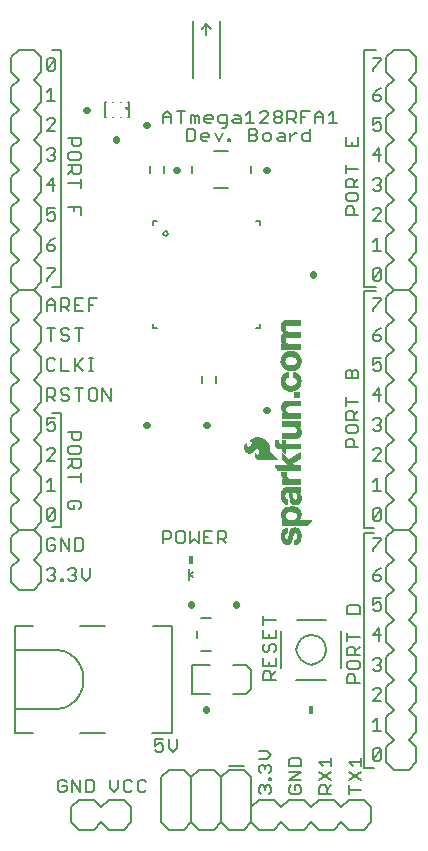
<source format=gto>
G75*
G70*
%OFA0B0*%
%FSLAX24Y24*%
%IPPOS*%
%LPD*%
%AMOC8*
5,1,8,0,0,1.08239X$1,22.5*
%
%ADD10C,0.0080*%
%ADD11C,0.0220*%
%ADD12C,0.0060*%
%ADD13C,0.0050*%
%ADD14R,0.0180X0.0300*%
%ADD15C,0.0010*%
%ADD16R,0.0191X0.0195*%
D10*
X001120Y004251D02*
X001710Y004251D01*
X001120Y004251D02*
X001120Y005038D01*
X002498Y005038D01*
X002741Y005081D01*
X002964Y005185D01*
X003152Y005344D01*
X003293Y005545D01*
X003377Y005777D01*
X003398Y006022D01*
X003377Y006267D01*
X003293Y006499D01*
X003152Y006700D01*
X002964Y006859D01*
X002741Y006963D01*
X002498Y007006D01*
X001120Y007006D01*
X001120Y005038D01*
X001120Y007006D02*
X001120Y007794D01*
X001710Y007794D01*
X001748Y009022D02*
X001248Y009022D01*
X000998Y009272D01*
X000998Y009772D01*
X001248Y010022D01*
X000998Y010272D01*
X000998Y010772D01*
X001248Y011022D01*
X001748Y011022D01*
X001998Y010772D01*
X001998Y010272D01*
X001748Y010022D01*
X001998Y009772D01*
X001998Y009272D01*
X001748Y009022D01*
X002188Y009382D02*
X002258Y009312D01*
X002398Y009312D01*
X002468Y009382D01*
X002468Y009452D01*
X002398Y009522D01*
X002328Y009522D01*
X002398Y009522D02*
X002468Y009592D01*
X002468Y009662D01*
X002398Y009733D01*
X002258Y009733D01*
X002188Y009662D01*
X002258Y010312D02*
X002398Y010312D01*
X002468Y010382D01*
X002468Y010522D01*
X002328Y010522D01*
X002188Y010662D02*
X002188Y010382D01*
X002258Y010312D01*
X002188Y010662D02*
X002258Y010733D01*
X002398Y010733D01*
X002468Y010662D01*
X002648Y010733D02*
X002648Y010312D01*
X002928Y010312D02*
X002648Y010733D01*
X002928Y010733D02*
X002928Y010312D01*
X003109Y010312D02*
X003109Y010733D01*
X003319Y010733D01*
X003389Y010662D01*
X003389Y010382D01*
X003319Y010312D01*
X003109Y010312D01*
X003088Y009733D02*
X002948Y009733D01*
X002878Y009662D01*
X003018Y009522D02*
X003088Y009522D01*
X003159Y009452D01*
X003159Y009382D01*
X003088Y009312D01*
X002948Y009312D01*
X002878Y009382D01*
X002718Y009382D02*
X002718Y009312D01*
X002648Y009312D01*
X002648Y009382D01*
X002718Y009382D01*
X003088Y009522D02*
X003159Y009592D01*
X003159Y009662D01*
X003088Y009733D01*
X003339Y009733D02*
X003339Y009452D01*
X003479Y009312D01*
X003619Y009452D01*
X003619Y009733D01*
X002648Y011122D02*
X002348Y011122D01*
X002398Y011312D02*
X002258Y011312D01*
X002188Y011382D01*
X002468Y011662D01*
X002468Y011382D01*
X002398Y011312D01*
X002188Y011382D02*
X002188Y011662D01*
X002258Y011733D01*
X002398Y011733D01*
X002468Y011662D01*
X002648Y011122D02*
X002648Y014772D01*
X002648Y014922D01*
X002348Y014922D01*
X002468Y014733D02*
X002188Y014733D01*
X002188Y014522D01*
X002328Y014592D01*
X002398Y014592D01*
X002468Y014522D01*
X002468Y014382D01*
X002398Y014312D01*
X002258Y014312D01*
X002188Y014382D01*
X001998Y014272D02*
X001998Y014772D01*
X001748Y015022D01*
X001998Y015272D01*
X001998Y015772D01*
X001748Y016022D01*
X001998Y016272D01*
X001998Y016772D01*
X001748Y017022D01*
X001998Y017272D01*
X001998Y017772D01*
X001748Y018022D01*
X001998Y018272D01*
X001998Y018772D01*
X001748Y019022D01*
X001248Y019022D01*
X000998Y018772D01*
X000998Y018272D01*
X001248Y018022D01*
X000998Y017772D01*
X000998Y017272D01*
X001248Y017022D01*
X000998Y016772D01*
X000998Y016272D01*
X001248Y016022D01*
X000998Y015772D01*
X000998Y015272D01*
X001248Y015022D01*
X000998Y014772D01*
X000998Y014272D01*
X001248Y014022D01*
X000998Y013772D01*
X000998Y013272D01*
X001248Y013022D01*
X000998Y012772D01*
X000998Y012272D01*
X001248Y012022D01*
X000998Y011772D01*
X000998Y011272D01*
X001248Y011022D01*
X001748Y011022D01*
X001998Y011272D01*
X001998Y011772D01*
X001748Y012022D01*
X001998Y012272D01*
X001998Y012772D01*
X001748Y013022D01*
X001998Y013272D01*
X001998Y013772D01*
X001748Y014022D01*
X001998Y014272D01*
X002258Y013733D02*
X002188Y013662D01*
X002258Y013733D02*
X002398Y013733D01*
X002468Y013662D01*
X002468Y013592D01*
X002188Y013312D01*
X002468Y013312D01*
X002888Y013361D02*
X003308Y013361D01*
X003308Y013151D01*
X003238Y013081D01*
X003098Y013081D01*
X003028Y013151D01*
X003028Y013361D01*
X003028Y013221D02*
X002888Y013081D01*
X002888Y012761D02*
X003308Y012761D01*
X003308Y012901D02*
X003308Y012621D01*
X003238Y011980D02*
X002958Y011980D01*
X002888Y011910D01*
X002888Y011770D01*
X002958Y011700D01*
X003098Y011700D01*
X003098Y011840D01*
X003238Y011700D02*
X003308Y011770D01*
X003308Y011910D01*
X003238Y011980D01*
X002468Y012312D02*
X002188Y012312D01*
X002328Y012312D02*
X002328Y012733D01*
X002188Y012592D01*
X002958Y013542D02*
X002888Y013612D01*
X002888Y013752D01*
X002958Y013822D01*
X003238Y013822D01*
X003308Y013752D01*
X003308Y013612D01*
X003238Y013542D01*
X002958Y013542D01*
X003098Y014002D02*
X003028Y014072D01*
X003028Y014282D01*
X002888Y014282D02*
X003308Y014282D01*
X003308Y014072D01*
X003238Y014002D01*
X003098Y014002D01*
X003249Y015312D02*
X003249Y015733D01*
X003109Y015733D02*
X003389Y015733D01*
X003569Y015662D02*
X003569Y015382D01*
X003639Y015312D01*
X003779Y015312D01*
X003849Y015382D01*
X003849Y015662D01*
X003779Y015733D01*
X003639Y015733D01*
X003569Y015662D01*
X003569Y016312D02*
X003709Y016312D01*
X003639Y016312D02*
X003639Y016733D01*
X003569Y016733D02*
X003709Y016733D01*
X003389Y016733D02*
X003109Y016452D01*
X003179Y016522D02*
X003389Y016312D01*
X003109Y016312D02*
X003109Y016733D01*
X002928Y016312D02*
X002648Y016312D01*
X002648Y016733D01*
X002468Y016662D02*
X002398Y016733D01*
X002258Y016733D01*
X002188Y016662D01*
X002188Y016382D01*
X002258Y016312D01*
X002398Y016312D01*
X002468Y016382D01*
X002398Y015733D02*
X002188Y015733D01*
X002188Y015312D01*
X002188Y015452D02*
X002398Y015452D01*
X002468Y015522D01*
X002468Y015662D01*
X002398Y015733D01*
X002328Y015452D02*
X002468Y015312D01*
X002648Y015382D02*
X002718Y015312D01*
X002858Y015312D01*
X002928Y015382D01*
X002928Y015452D01*
X002858Y015522D01*
X002718Y015522D01*
X002648Y015592D01*
X002648Y015662D01*
X002718Y015733D01*
X002858Y015733D01*
X002928Y015662D01*
X002858Y017312D02*
X002718Y017312D01*
X002648Y017382D01*
X002718Y017522D02*
X002858Y017522D01*
X002928Y017452D01*
X002928Y017382D01*
X002858Y017312D01*
X002718Y017522D02*
X002648Y017592D01*
X002648Y017662D01*
X002718Y017733D01*
X002858Y017733D01*
X002928Y017662D01*
X003109Y017733D02*
X003389Y017733D01*
X003249Y017733D02*
X003249Y017312D01*
X003109Y018312D02*
X003389Y018312D01*
X003569Y018312D02*
X003569Y018733D01*
X003849Y018733D01*
X003709Y018522D02*
X003569Y018522D01*
X003389Y018733D02*
X003109Y018733D01*
X003109Y018312D01*
X002928Y018312D02*
X002788Y018452D01*
X002858Y018452D02*
X002648Y018452D01*
X002648Y018312D02*
X002648Y018733D01*
X002858Y018733D01*
X002928Y018662D01*
X002928Y018522D01*
X002858Y018452D01*
X003109Y018522D02*
X003249Y018522D01*
X002648Y019122D02*
X002348Y019122D01*
X002188Y019312D02*
X002188Y019382D01*
X002468Y019662D01*
X002468Y019733D01*
X002188Y019733D01*
X001998Y019772D02*
X001748Y020022D01*
X001998Y020272D01*
X001998Y020772D01*
X001748Y021022D01*
X001998Y021272D01*
X001998Y021772D01*
X001748Y022022D01*
X001998Y022272D01*
X001998Y022772D01*
X001748Y023022D01*
X001998Y023272D01*
X001998Y023772D01*
X001748Y024022D01*
X001998Y024272D01*
X001998Y024772D01*
X001748Y025022D01*
X001998Y025272D01*
X001998Y025772D01*
X001748Y026022D01*
X001998Y026272D01*
X001998Y026772D01*
X001748Y027022D01*
X001248Y027022D01*
X000998Y026772D01*
X000998Y026272D01*
X001248Y026022D01*
X000998Y025772D01*
X000998Y025272D01*
X001248Y025022D01*
X000998Y024772D01*
X000998Y024272D01*
X001248Y024022D01*
X000998Y023772D01*
X000998Y023272D01*
X001248Y023022D01*
X000998Y022772D01*
X000998Y022272D01*
X001248Y022022D01*
X000998Y021772D01*
X000998Y021272D01*
X001248Y021022D01*
X000998Y020772D01*
X000998Y020272D01*
X001248Y020022D01*
X000998Y019772D01*
X000998Y019272D01*
X001248Y019022D01*
X001748Y019022D01*
X001998Y019272D01*
X001998Y019772D01*
X002258Y020312D02*
X002398Y020312D01*
X002468Y020382D01*
X002468Y020452D01*
X002398Y020522D01*
X002188Y020522D01*
X002188Y020382D01*
X002258Y020312D01*
X002188Y020522D02*
X002328Y020662D01*
X002468Y020733D01*
X002398Y021312D02*
X002258Y021312D01*
X002188Y021382D01*
X002188Y021522D02*
X002328Y021592D01*
X002398Y021592D01*
X002468Y021522D01*
X002468Y021382D01*
X002398Y021312D01*
X002188Y021522D02*
X002188Y021733D01*
X002468Y021733D01*
X002888Y021780D02*
X003308Y021780D01*
X003308Y021500D01*
X003098Y021640D02*
X003098Y021780D01*
X003308Y022421D02*
X003308Y022701D01*
X003308Y022561D02*
X002888Y022561D01*
X002888Y022881D02*
X003028Y023021D01*
X003028Y022951D02*
X003028Y023161D01*
X002888Y023161D02*
X003308Y023161D01*
X003308Y022951D01*
X003238Y022881D01*
X003098Y022881D01*
X003028Y022951D01*
X002958Y023342D02*
X003238Y023342D01*
X003308Y023412D01*
X003308Y023552D01*
X003238Y023622D01*
X002958Y023622D01*
X002888Y023552D01*
X002888Y023412D01*
X002958Y023342D01*
X003098Y023802D02*
X003028Y023872D01*
X003028Y024082D01*
X002888Y024082D02*
X003308Y024082D01*
X003308Y023872D01*
X003238Y023802D01*
X003098Y023802D01*
X002468Y023662D02*
X002468Y023592D01*
X002398Y023522D01*
X002468Y023452D01*
X002468Y023382D01*
X002398Y023312D01*
X002258Y023312D01*
X002188Y023382D01*
X002328Y023522D02*
X002398Y023522D01*
X002468Y023662D02*
X002398Y023733D01*
X002258Y023733D01*
X002188Y023662D01*
X002188Y024312D02*
X002468Y024592D01*
X002468Y024662D01*
X002398Y024733D01*
X002258Y024733D01*
X002188Y024662D01*
X002188Y024312D02*
X002468Y024312D01*
X002468Y025312D02*
X002188Y025312D01*
X002328Y025312D02*
X002328Y025733D01*
X002188Y025592D01*
X002258Y026312D02*
X002188Y026382D01*
X002468Y026662D01*
X002468Y026382D01*
X002398Y026312D01*
X002258Y026312D01*
X002188Y026382D02*
X002188Y026662D01*
X002258Y026733D01*
X002398Y026733D01*
X002468Y026662D01*
X002648Y026522D02*
X002648Y027022D01*
X002348Y027022D01*
X002648Y026522D02*
X002648Y019122D01*
X002328Y018733D02*
X002468Y018592D01*
X002468Y018312D01*
X002468Y018522D02*
X002188Y018522D01*
X002188Y018592D02*
X002328Y018733D01*
X002188Y018592D02*
X002188Y018312D01*
X002188Y017733D02*
X002468Y017733D01*
X002328Y017733D02*
X002328Y017312D01*
X004029Y015733D02*
X004029Y015312D01*
X004309Y015312D02*
X004029Y015733D01*
X004309Y015733D02*
X004309Y015312D01*
X005726Y017751D02*
X005726Y017869D01*
X005726Y017751D02*
X005844Y017751D01*
X006064Y020880D02*
X006087Y020936D01*
X006143Y020959D01*
X006199Y020936D01*
X006222Y020880D01*
X006199Y020824D01*
X006143Y020801D01*
X006087Y020824D01*
X006064Y020880D01*
X005844Y021294D02*
X005726Y021294D01*
X005726Y021176D01*
X007014Y022904D02*
X007014Y023140D01*
X007058Y023962D02*
X006848Y023962D01*
X006848Y024383D01*
X007058Y024383D01*
X007128Y024312D01*
X007128Y024032D01*
X007058Y023962D01*
X007309Y024032D02*
X007309Y024172D01*
X007379Y024242D01*
X007519Y024242D01*
X007589Y024172D01*
X007589Y024102D01*
X007309Y024102D01*
X007309Y024032D02*
X007379Y023962D01*
X007519Y023962D01*
X007762Y023652D02*
X008234Y023652D01*
X008229Y023962D02*
X008299Y023962D01*
X008299Y024032D01*
X008229Y024032D01*
X008229Y023962D01*
X007909Y023962D02*
X008049Y024242D01*
X008034Y024422D02*
X008104Y024422D01*
X008174Y024492D01*
X008174Y024842D01*
X007964Y024842D01*
X007894Y024772D01*
X007894Y024632D01*
X007964Y024562D01*
X008174Y024562D01*
X008354Y024632D02*
X008425Y024702D01*
X008635Y024702D01*
X008635Y024772D02*
X008635Y024562D01*
X008425Y024562D01*
X008354Y024632D01*
X008425Y024842D02*
X008565Y024842D01*
X008635Y024772D01*
X008815Y024842D02*
X008955Y024983D01*
X008955Y024562D01*
X008815Y024562D02*
X009095Y024562D01*
X009275Y024562D02*
X009555Y024842D01*
X009555Y024912D01*
X009485Y024983D01*
X009345Y024983D01*
X009275Y024912D01*
X009275Y024562D02*
X009555Y024562D01*
X009736Y024632D02*
X009736Y024702D01*
X009806Y024772D01*
X009946Y024772D01*
X010016Y024702D01*
X010016Y024632D01*
X009946Y024562D01*
X009806Y024562D01*
X009736Y024632D01*
X009806Y024772D02*
X009736Y024842D01*
X009736Y024912D01*
X009806Y024983D01*
X009946Y024983D01*
X010016Y024912D01*
X010016Y024842D01*
X009946Y024772D01*
X010196Y024702D02*
X010406Y024702D01*
X010476Y024772D01*
X010476Y024912D01*
X010406Y024983D01*
X010196Y024983D01*
X010196Y024562D01*
X010336Y024702D02*
X010476Y024562D01*
X010656Y024562D02*
X010656Y024983D01*
X010936Y024983D01*
X011117Y024842D02*
X011257Y024983D01*
X011397Y024842D01*
X011397Y024562D01*
X011397Y024772D02*
X011117Y024772D01*
X011117Y024842D02*
X011117Y024562D01*
X010965Y024383D02*
X010965Y023962D01*
X010754Y023962D01*
X010684Y024032D01*
X010684Y024172D01*
X010754Y024242D01*
X010965Y024242D01*
X010796Y024772D02*
X010656Y024772D01*
X010511Y024242D02*
X010441Y024242D01*
X010301Y024102D01*
X010301Y023962D02*
X010301Y024242D01*
X010121Y024172D02*
X010121Y023962D01*
X009910Y023962D01*
X009840Y024032D01*
X009910Y024102D01*
X010121Y024102D01*
X010121Y024172D02*
X010051Y024242D01*
X009910Y024242D01*
X009660Y024172D02*
X009590Y024242D01*
X009450Y024242D01*
X009380Y024172D01*
X009380Y024032D01*
X009450Y023962D01*
X009590Y023962D01*
X009660Y024032D01*
X009660Y024172D01*
X009200Y024102D02*
X009200Y024032D01*
X009130Y023962D01*
X008920Y023962D01*
X008920Y024383D01*
X009130Y024383D01*
X009200Y024312D01*
X009200Y024242D01*
X009130Y024172D01*
X008920Y024172D01*
X009130Y024172D02*
X009200Y024102D01*
X008982Y023140D02*
X008982Y022904D01*
X008234Y022392D02*
X007762Y022392D01*
X007909Y023962D02*
X007769Y024242D01*
X007644Y024562D02*
X007504Y024562D01*
X007434Y024632D01*
X007434Y024772D01*
X007504Y024842D01*
X007644Y024842D01*
X007714Y024772D01*
X007714Y024702D01*
X007434Y024702D01*
X007254Y024772D02*
X007254Y024562D01*
X007114Y024562D02*
X007114Y024772D01*
X007184Y024842D01*
X007254Y024772D01*
X007114Y024772D02*
X007043Y024842D01*
X006973Y024842D01*
X006973Y024562D01*
X006653Y024562D02*
X006653Y024983D01*
X006513Y024983D02*
X006793Y024983D01*
X006333Y024842D02*
X006333Y024562D01*
X006333Y024772D02*
X006053Y024772D01*
X006053Y024842D02*
X006193Y024983D01*
X006333Y024842D01*
X006053Y024842D02*
X006053Y024562D01*
X007048Y026072D02*
X007048Y027972D01*
X007348Y027722D02*
X007498Y027872D01*
X007648Y027722D01*
X007498Y027872D02*
X007498Y027522D01*
X007948Y027972D02*
X007948Y026072D01*
X009151Y021294D02*
X009269Y021294D01*
X009269Y021176D01*
X009269Y017869D02*
X009269Y017751D01*
X009151Y017751D01*
X012137Y016274D02*
X012137Y016064D01*
X012558Y016064D01*
X012558Y016274D01*
X012488Y016344D01*
X012418Y016344D01*
X012348Y016274D01*
X012348Y016064D01*
X012348Y016274D02*
X012278Y016344D01*
X012208Y016344D01*
X012137Y016274D01*
X012137Y015424D02*
X012137Y015143D01*
X012137Y015283D02*
X012558Y015283D01*
X012558Y014963D02*
X012418Y014823D01*
X012418Y014893D02*
X012418Y014683D01*
X012558Y014683D02*
X012137Y014683D01*
X012137Y014893D01*
X012208Y014963D01*
X012348Y014963D01*
X012418Y014893D01*
X012488Y014503D02*
X012208Y014503D01*
X012137Y014433D01*
X012137Y014293D01*
X012208Y014223D01*
X012488Y014223D01*
X012558Y014293D01*
X012558Y014433D01*
X012488Y014503D01*
X012348Y014042D02*
X012208Y014042D01*
X012137Y013972D01*
X012137Y013762D01*
X012558Y013762D01*
X012418Y013762D02*
X012418Y013972D01*
X012348Y014042D01*
X013038Y014382D02*
X013108Y014312D01*
X013248Y014312D01*
X013318Y014382D01*
X013318Y014452D01*
X013248Y014522D01*
X013178Y014522D01*
X013248Y014522D02*
X013318Y014592D01*
X013318Y014662D01*
X013248Y014733D01*
X013108Y014733D01*
X013038Y014662D01*
X013248Y015312D02*
X013248Y015733D01*
X013038Y015522D01*
X013318Y015522D01*
X013498Y015272D02*
X013498Y015772D01*
X013748Y016022D01*
X013498Y016272D01*
X013498Y016772D01*
X013748Y017022D01*
X013498Y017272D01*
X013498Y017772D01*
X013748Y018022D01*
X013498Y018272D01*
X013498Y018772D01*
X013748Y019022D01*
X013498Y019272D01*
X013498Y019772D01*
X013748Y020022D01*
X013498Y020272D01*
X013498Y020772D01*
X013748Y021022D01*
X013498Y021272D01*
X013498Y021772D01*
X013748Y022022D01*
X013498Y022272D01*
X013498Y022772D01*
X013748Y023022D01*
X013498Y023272D01*
X013498Y023772D01*
X013748Y024022D01*
X013498Y024272D01*
X013498Y024772D01*
X013748Y025022D01*
X013498Y025272D01*
X013498Y025772D01*
X013748Y026022D01*
X013498Y026272D01*
X013498Y026772D01*
X013748Y027022D01*
X014248Y027022D01*
X014498Y026772D01*
X014498Y026272D01*
X014248Y026022D01*
X014498Y025772D01*
X014498Y025272D01*
X014248Y025022D01*
X014498Y024772D01*
X014498Y024272D01*
X014248Y024022D01*
X014498Y023772D01*
X014498Y023272D01*
X014248Y023022D01*
X014498Y022772D01*
X014498Y022272D01*
X014248Y022022D01*
X014498Y021772D01*
X014498Y021272D01*
X014248Y021022D01*
X014498Y020772D01*
X014498Y020272D01*
X014248Y020022D01*
X014498Y019772D01*
X014498Y019272D01*
X014248Y019022D01*
X013748Y019022D01*
X014248Y019022D01*
X014498Y018772D01*
X014498Y018272D01*
X014248Y018022D01*
X014498Y017772D01*
X014498Y017272D01*
X014248Y017022D01*
X014498Y016772D01*
X014498Y016272D01*
X014248Y016022D01*
X014498Y015772D01*
X014498Y015272D01*
X014248Y015022D01*
X014498Y014772D01*
X014498Y014272D01*
X014248Y014022D01*
X014498Y013772D01*
X014498Y013272D01*
X014248Y013022D01*
X014498Y012772D01*
X014498Y012272D01*
X014248Y012022D01*
X014498Y011772D01*
X014498Y011272D01*
X014248Y011022D01*
X014498Y010772D01*
X014498Y010272D01*
X014248Y010022D01*
X014498Y009772D01*
X014498Y009272D01*
X014248Y009022D01*
X014498Y008772D01*
X014498Y008272D01*
X014248Y008022D01*
X014498Y007772D01*
X014498Y007272D01*
X014248Y007022D01*
X014498Y006772D01*
X014498Y006272D01*
X014248Y006022D01*
X014498Y005772D01*
X014498Y005272D01*
X014248Y005022D01*
X014498Y004772D01*
X014498Y004272D01*
X014248Y004022D01*
X014498Y003772D01*
X014498Y003272D01*
X014248Y003022D01*
X013748Y003022D01*
X013498Y003272D01*
X013498Y003772D01*
X013748Y004022D01*
X013498Y004272D01*
X013498Y004772D01*
X013748Y005022D01*
X013498Y005272D01*
X013498Y005772D01*
X013748Y006022D01*
X013498Y006272D01*
X013498Y006772D01*
X013748Y007022D01*
X013498Y007272D01*
X013498Y007772D01*
X013748Y008022D01*
X013498Y008272D01*
X013498Y008772D01*
X013748Y009022D01*
X013498Y009272D01*
X013498Y009772D01*
X013748Y010022D01*
X013498Y010272D01*
X013498Y010772D01*
X013748Y011022D01*
X014248Y011022D01*
X013748Y011022D01*
X013498Y011272D01*
X013498Y011772D01*
X013748Y012022D01*
X013498Y012272D01*
X013498Y012772D01*
X013748Y013022D01*
X013498Y013272D01*
X013498Y013772D01*
X013748Y014022D01*
X013498Y014272D01*
X013498Y014772D01*
X013748Y015022D01*
X013498Y015272D01*
X013248Y016312D02*
X013108Y016312D01*
X013038Y016382D01*
X013038Y016522D02*
X013178Y016592D01*
X013248Y016592D01*
X013318Y016522D01*
X013318Y016382D01*
X013248Y016312D01*
X013038Y016522D02*
X013038Y016733D01*
X013318Y016733D01*
X013248Y017312D02*
X013318Y017382D01*
X013318Y017452D01*
X013248Y017522D01*
X013038Y017522D01*
X013038Y017382D01*
X013108Y017312D01*
X013248Y017312D01*
X013038Y017522D02*
X013178Y017662D01*
X013318Y017733D01*
X013038Y018312D02*
X013038Y018382D01*
X013318Y018662D01*
X013318Y018733D01*
X013038Y018733D01*
X013148Y018972D02*
X012748Y018972D01*
X012748Y018772D01*
X012748Y011072D01*
X013098Y011072D01*
X013098Y010922D02*
X012748Y010922D01*
X012748Y010772D01*
X012748Y003072D01*
X013098Y003072D01*
X013108Y003312D02*
X013038Y003382D01*
X013318Y003662D01*
X013318Y003382D01*
X013248Y003312D01*
X013108Y003312D01*
X013038Y003382D02*
X013038Y003662D01*
X013108Y003733D01*
X013248Y003733D01*
X013318Y003662D01*
X013318Y004312D02*
X013038Y004312D01*
X013178Y004312D02*
X013178Y004733D01*
X013038Y004592D01*
X013038Y005312D02*
X013318Y005592D01*
X013318Y005662D01*
X013248Y005733D01*
X013108Y005733D01*
X013038Y005662D01*
X013038Y005312D02*
X013318Y005312D01*
X013248Y006312D02*
X013108Y006312D01*
X013038Y006382D01*
X013178Y006522D02*
X013248Y006522D01*
X013318Y006452D01*
X013318Y006382D01*
X013248Y006312D01*
X013248Y006522D02*
X013318Y006592D01*
X013318Y006662D01*
X013248Y006733D01*
X013108Y006733D01*
X013038Y006662D01*
X013248Y007312D02*
X013248Y007733D01*
X013038Y007522D01*
X013318Y007522D01*
X013248Y008312D02*
X013108Y008312D01*
X013038Y008382D01*
X013038Y008522D02*
X013178Y008592D01*
X013248Y008592D01*
X013318Y008522D01*
X013318Y008382D01*
X013248Y008312D01*
X013038Y008522D02*
X013038Y008733D01*
X013318Y008733D01*
X013248Y009312D02*
X013318Y009382D01*
X013318Y009452D01*
X013248Y009522D01*
X013038Y009522D01*
X013038Y009382D01*
X013108Y009312D01*
X013248Y009312D01*
X013038Y009522D02*
X013178Y009662D01*
X013318Y009733D01*
X013038Y010312D02*
X013038Y010382D01*
X013318Y010662D01*
X013318Y010733D01*
X013038Y010733D01*
X013108Y011312D02*
X013038Y011382D01*
X013318Y011662D01*
X013318Y011382D01*
X013248Y011312D01*
X013108Y011312D01*
X013038Y011382D02*
X013038Y011662D01*
X013108Y011733D01*
X013248Y011733D01*
X013318Y011662D01*
X013318Y012312D02*
X013038Y012312D01*
X013178Y012312D02*
X013178Y012733D01*
X013038Y012592D01*
X013038Y013312D02*
X013318Y013592D01*
X013318Y013662D01*
X013248Y013733D01*
X013108Y013733D01*
X013038Y013662D01*
X013038Y013312D02*
X013318Y013312D01*
X012538Y008494D02*
X012258Y008494D01*
X012187Y008424D01*
X012187Y008214D01*
X012608Y008214D01*
X012608Y008424D01*
X012538Y008494D01*
X012187Y007574D02*
X012187Y007293D01*
X012187Y007433D02*
X012608Y007433D01*
X012608Y007113D02*
X012468Y006973D01*
X012468Y007043D02*
X012468Y006833D01*
X012608Y006833D02*
X012187Y006833D01*
X012187Y007043D01*
X012258Y007113D01*
X012398Y007113D01*
X012468Y007043D01*
X012538Y006653D02*
X012258Y006653D01*
X012187Y006583D01*
X012187Y006443D01*
X012258Y006373D01*
X012538Y006373D01*
X012608Y006443D01*
X012608Y006583D01*
X012538Y006653D01*
X012398Y006192D02*
X012468Y006122D01*
X012468Y005912D01*
X012608Y005912D02*
X012187Y005912D01*
X012187Y006122D01*
X012258Y006192D01*
X012398Y006192D01*
X011998Y006416D02*
X011998Y007629D01*
X011486Y008022D02*
X010510Y008022D01*
X010498Y007022D02*
X010536Y007213D01*
X010644Y007376D01*
X010807Y007484D01*
X010998Y007522D01*
X011189Y007484D01*
X011352Y007376D01*
X011460Y007213D01*
X011498Y007022D01*
X011460Y006831D01*
X011352Y006668D01*
X011189Y006560D01*
X010998Y006522D01*
X010807Y006560D01*
X010644Y006668D01*
X010536Y006831D01*
X010498Y007022D01*
X009998Y006416D02*
X009998Y007629D01*
X009808Y007674D02*
X009808Y007393D01*
X009387Y007393D01*
X009387Y007674D01*
X009387Y007854D02*
X009387Y008134D01*
X009387Y007994D02*
X009808Y007994D01*
X009598Y007533D02*
X009598Y007393D01*
X009668Y007213D02*
X009738Y007213D01*
X009808Y007143D01*
X009808Y007003D01*
X009738Y006933D01*
X009598Y007003D02*
X009598Y007143D01*
X009668Y007213D01*
X009458Y007213D02*
X009387Y007143D01*
X009387Y007003D01*
X009458Y006933D01*
X009528Y006933D01*
X009598Y007003D01*
X009808Y006753D02*
X009808Y006473D01*
X009387Y006473D01*
X009387Y006753D01*
X009598Y006613D02*
X009598Y006473D01*
X009598Y006292D02*
X009458Y006292D01*
X009387Y006222D01*
X009387Y006012D01*
X009808Y006012D01*
X009668Y006012D02*
X009668Y006222D01*
X009598Y006292D01*
X009668Y006152D02*
X009808Y006292D01*
X010498Y006022D02*
X011486Y006022D01*
X011658Y003413D02*
X011658Y003133D01*
X011658Y003273D02*
X011237Y003273D01*
X011378Y003133D01*
X011237Y002953D02*
X011658Y002673D01*
X011658Y002492D02*
X011518Y002352D01*
X011518Y002422D02*
X011518Y002212D01*
X011658Y002212D02*
X011237Y002212D01*
X011237Y002422D01*
X011308Y002492D01*
X011448Y002492D01*
X011518Y002422D01*
X011237Y002673D02*
X011658Y002953D01*
X012237Y002953D02*
X012658Y002673D01*
X012658Y002953D02*
X012237Y002673D01*
X012237Y002492D02*
X012237Y002212D01*
X012237Y002352D02*
X012658Y002352D01*
X012748Y002022D02*
X012998Y001772D01*
X012998Y001272D01*
X012748Y001022D01*
X012248Y001022D01*
X011998Y001272D01*
X011748Y001022D01*
X011248Y001022D01*
X010998Y001272D01*
X010748Y001022D01*
X010248Y001022D01*
X009998Y001272D01*
X009748Y001022D01*
X009248Y001022D01*
X008998Y001272D01*
X008998Y001772D01*
X009248Y002022D01*
X009748Y002022D01*
X009998Y001772D01*
X010248Y002022D01*
X010748Y002022D01*
X010998Y001772D01*
X011248Y002022D01*
X011748Y002022D01*
X011998Y001772D01*
X012248Y002022D01*
X012748Y002022D01*
X012658Y003133D02*
X012658Y003413D01*
X012658Y003273D02*
X012237Y003273D01*
X012378Y003133D01*
X010658Y003133D02*
X010658Y003343D01*
X010588Y003413D01*
X010308Y003413D01*
X010237Y003343D01*
X010237Y003133D01*
X010658Y003133D01*
X010658Y002953D02*
X010237Y002953D01*
X010237Y002673D02*
X010658Y002953D01*
X010658Y002673D02*
X010237Y002673D01*
X010308Y002492D02*
X010237Y002422D01*
X010237Y002282D01*
X010308Y002212D01*
X010588Y002212D01*
X010658Y002282D01*
X010658Y002422D01*
X010588Y002492D01*
X010448Y002492D01*
X010448Y002352D01*
X009658Y002282D02*
X009588Y002212D01*
X009658Y002282D02*
X009658Y002422D01*
X009588Y002492D01*
X009518Y002492D01*
X009448Y002422D01*
X009448Y002352D01*
X009448Y002422D02*
X009378Y002492D01*
X009308Y002492D01*
X009237Y002422D01*
X009237Y002282D01*
X009308Y002212D01*
X009588Y002673D02*
X009588Y002743D01*
X009658Y002743D01*
X009658Y002673D01*
X009588Y002673D01*
X009588Y002903D02*
X009658Y002973D01*
X009658Y003113D01*
X009588Y003183D01*
X009518Y003183D01*
X009448Y003113D01*
X009448Y003043D01*
X009448Y003113D02*
X009378Y003183D01*
X009308Y003183D01*
X009237Y003113D01*
X009237Y002973D01*
X009308Y002903D01*
X008998Y002772D02*
X008998Y001272D01*
X008748Y001022D01*
X008248Y001022D01*
X007998Y001272D01*
X007998Y002772D01*
X007748Y003022D01*
X007248Y003022D01*
X006998Y002772D01*
X006998Y001272D01*
X006748Y001022D01*
X006248Y001022D01*
X005998Y001272D01*
X005998Y002772D01*
X006248Y003022D01*
X006748Y003022D01*
X006998Y002772D01*
X006388Y003612D02*
X006528Y003752D01*
X006528Y004033D01*
X006356Y004251D02*
X005687Y004251D01*
X005788Y004033D02*
X005788Y003822D01*
X005928Y003892D01*
X005998Y003892D01*
X006068Y003822D01*
X006068Y003682D01*
X005998Y003612D01*
X005858Y003612D01*
X005788Y003682D01*
X005788Y004033D02*
X006068Y004033D01*
X006248Y004033D02*
X006248Y003752D01*
X006388Y003612D01*
X006356Y004251D02*
X006356Y007794D01*
X005726Y007794D01*
X006931Y009341D02*
X006931Y009522D01*
X007053Y009614D01*
X006931Y009703D02*
X006931Y009522D01*
X006937Y009512D02*
X007053Y009436D01*
X006959Y010562D02*
X007099Y010702D01*
X007239Y010562D01*
X007239Y010983D01*
X007419Y010983D02*
X007419Y010562D01*
X007699Y010562D01*
X007879Y010562D02*
X007879Y010983D01*
X008089Y010983D01*
X008159Y010912D01*
X008159Y010772D01*
X008089Y010702D01*
X007879Y010702D01*
X008019Y010702D02*
X008159Y010562D01*
X007699Y010983D02*
X007419Y010983D01*
X007419Y010772D02*
X007559Y010772D01*
X006959Y010562D02*
X006959Y010983D01*
X006778Y010912D02*
X006778Y010632D01*
X006708Y010562D01*
X006568Y010562D01*
X006498Y010632D01*
X006498Y010912D01*
X006568Y010983D01*
X006708Y010983D01*
X006778Y010912D01*
X006318Y010912D02*
X006318Y010772D01*
X006248Y010702D01*
X006038Y010702D01*
X006038Y010562D02*
X006038Y010983D01*
X006248Y010983D01*
X006318Y010912D01*
X007329Y008082D02*
X007667Y008082D01*
X007179Y007628D02*
X007179Y007417D01*
X007329Y006962D02*
X007667Y006962D01*
X007604Y006495D02*
X007014Y006495D01*
X007014Y005550D01*
X007604Y005550D01*
X008391Y005550D02*
X008825Y005550D01*
X008982Y005707D01*
X008982Y006337D01*
X008825Y006495D01*
X008391Y006495D01*
X009237Y003643D02*
X009518Y003643D01*
X009658Y003503D01*
X009518Y003363D01*
X009237Y003363D01*
X008748Y003022D02*
X008998Y002772D01*
X008748Y003022D02*
X008248Y003022D01*
X007998Y002772D01*
X008248Y003154D02*
X008748Y003154D01*
X007998Y001272D02*
X007748Y001022D01*
X007248Y001022D01*
X006998Y001272D01*
X005489Y002332D02*
X005419Y002262D01*
X005279Y002262D01*
X005209Y002332D01*
X005209Y002612D01*
X005279Y002683D01*
X005419Y002683D01*
X005489Y002612D01*
X005028Y002612D02*
X004958Y002683D01*
X004818Y002683D01*
X004748Y002612D01*
X004748Y002332D01*
X004818Y002262D01*
X004958Y002262D01*
X005028Y002332D01*
X004748Y002022D02*
X004998Y001772D01*
X004998Y001272D01*
X004748Y001022D01*
X004248Y001022D01*
X003998Y001272D01*
X003748Y001022D01*
X003248Y001022D01*
X002998Y001272D01*
X002998Y001772D01*
X003248Y002022D01*
X003748Y002022D01*
X003998Y001772D01*
X004248Y002022D01*
X004748Y002022D01*
X004428Y002262D02*
X004568Y002402D01*
X004568Y002683D01*
X004288Y002683D02*
X004288Y002402D01*
X004428Y002262D01*
X003758Y002332D02*
X003758Y002612D01*
X003688Y002683D01*
X003477Y002683D01*
X003477Y002262D01*
X003688Y002262D01*
X003758Y002332D01*
X003297Y002262D02*
X003297Y002683D01*
X003017Y002683D02*
X003017Y002262D01*
X002837Y002332D02*
X002837Y002472D01*
X002697Y002472D01*
X002837Y002332D02*
X002767Y002262D01*
X002627Y002262D01*
X002557Y002332D01*
X002557Y002612D01*
X002627Y002683D01*
X002767Y002683D01*
X002837Y002612D01*
X003017Y002683D02*
X003297Y002262D01*
X003285Y004251D02*
X004112Y004251D01*
X004112Y007794D02*
X003285Y007794D01*
X002398Y022312D02*
X002398Y022733D01*
X002188Y022522D01*
X002468Y022522D01*
X011577Y024562D02*
X011857Y024562D01*
X011717Y024562D02*
X011717Y024983D01*
X011577Y024842D01*
X012137Y024094D02*
X012137Y023814D01*
X012558Y023814D01*
X012558Y024094D01*
X012348Y023954D02*
X012348Y023814D01*
X012137Y023174D02*
X012137Y022893D01*
X012137Y023033D02*
X012558Y023033D01*
X012558Y022713D02*
X012418Y022573D01*
X012418Y022643D02*
X012418Y022433D01*
X012558Y022433D02*
X012137Y022433D01*
X012137Y022643D01*
X012208Y022713D01*
X012348Y022713D01*
X012418Y022643D01*
X012488Y022253D02*
X012208Y022253D01*
X012137Y022183D01*
X012137Y022043D01*
X012208Y021973D01*
X012488Y021973D01*
X012558Y022043D01*
X012558Y022183D01*
X012488Y022253D01*
X012348Y021792D02*
X012208Y021792D01*
X012137Y021722D01*
X012137Y021512D01*
X012558Y021512D01*
X012418Y021512D02*
X012418Y021722D01*
X012348Y021792D01*
X013038Y021662D02*
X013108Y021733D01*
X013248Y021733D01*
X013318Y021662D01*
X013318Y021592D01*
X013038Y021312D01*
X013318Y021312D01*
X013178Y020733D02*
X013038Y020592D01*
X013178Y020733D02*
X013178Y020312D01*
X013038Y020312D02*
X013318Y020312D01*
X013248Y019733D02*
X013318Y019662D01*
X013038Y019382D01*
X013108Y019312D01*
X013248Y019312D01*
X013318Y019382D01*
X013318Y019662D01*
X013248Y019733D02*
X013108Y019733D01*
X013038Y019662D01*
X013038Y019382D01*
X013148Y019122D02*
X012748Y019122D01*
X012748Y026572D01*
X012748Y027022D01*
X013148Y027022D01*
X013038Y026733D02*
X013318Y026733D01*
X013318Y026662D01*
X013038Y026382D01*
X013038Y026312D01*
X013318Y025733D02*
X013178Y025662D01*
X013038Y025522D01*
X013248Y025522D01*
X013318Y025452D01*
X013318Y025382D01*
X013248Y025312D01*
X013108Y025312D01*
X013038Y025382D01*
X013038Y025522D01*
X013038Y024733D02*
X013038Y024522D01*
X013178Y024592D01*
X013248Y024592D01*
X013318Y024522D01*
X013318Y024382D01*
X013248Y024312D01*
X013108Y024312D01*
X013038Y024382D01*
X013038Y024733D02*
X013318Y024733D01*
X013248Y023733D02*
X013038Y023522D01*
X013318Y023522D01*
X013248Y023312D02*
X013248Y023733D01*
X013248Y022733D02*
X013318Y022662D01*
X013318Y022592D01*
X013248Y022522D01*
X013318Y022452D01*
X013318Y022382D01*
X013248Y022312D01*
X013108Y022312D01*
X013038Y022382D01*
X013178Y022522D02*
X013248Y022522D01*
X013248Y022733D02*
X013108Y022733D01*
X013038Y022662D01*
D11*
X011048Y019534D02*
X011048Y019510D01*
X009510Y023022D02*
X009486Y023022D01*
X006510Y023022D02*
X006486Y023022D01*
X005510Y024522D02*
X005486Y024522D01*
X004498Y024034D02*
X004498Y024010D01*
X003510Y025022D02*
X003486Y025022D01*
X005486Y014522D02*
X005510Y014522D01*
X007486Y014522D02*
X007510Y014522D01*
X009486Y015022D02*
X009510Y015022D01*
X008498Y008534D02*
X008498Y008510D01*
X006998Y008534D02*
X006998Y008510D01*
X007498Y005034D02*
X007498Y005010D01*
D12*
X007362Y015904D02*
X007362Y016140D01*
X007834Y016140D02*
X007834Y015904D01*
X006084Y022904D02*
X006084Y023140D01*
X005612Y023140D02*
X005612Y022904D01*
D13*
X004911Y024778D02*
X004872Y024778D01*
X004911Y024778D02*
X004911Y024940D01*
X004911Y025270D01*
X004884Y025270D01*
X004818Y025073D02*
X004823Y025086D01*
X004836Y025091D01*
X004849Y025086D01*
X004854Y025073D01*
X004849Y025060D01*
X004836Y025055D01*
X004823Y025060D01*
X004818Y025073D01*
X004651Y025270D02*
X004640Y025270D01*
X004391Y025270D02*
X004384Y025270D01*
X004163Y025270D02*
X004124Y025270D01*
X004124Y024869D01*
X004124Y024778D01*
X004147Y024778D01*
X004388Y024778D02*
X004391Y024778D01*
X004640Y024778D02*
X004647Y024778D01*
D14*
X006998Y010022D03*
X010998Y005022D03*
D15*
X010442Y010528D02*
X010465Y010532D01*
X010515Y010549D01*
X010538Y010561D01*
X010559Y010578D01*
X010576Y010598D01*
X010606Y010645D01*
X010621Y010679D01*
X010630Y010715D01*
X010637Y010816D01*
X010635Y010868D01*
X010628Y010920D01*
X010617Y010960D01*
X010599Y010996D01*
X010575Y011030D01*
X010546Y011058D01*
X010524Y011073D01*
X010499Y011084D01*
X010473Y011089D01*
X010432Y011092D01*
X010390Y011089D01*
X010351Y011075D01*
X010335Y011065D01*
X010321Y011052D01*
X010301Y011025D01*
X010285Y010995D01*
X010261Y010930D01*
X010246Y010862D01*
X010230Y010782D01*
X010219Y010752D01*
X010202Y010724D01*
X010189Y010712D01*
X010174Y010704D01*
X010158Y010701D01*
X010142Y010703D01*
X010127Y010710D01*
X010076Y010710D01*
X010084Y010710D02*
X009998Y010710D01*
X009998Y010711D02*
X010014Y010657D01*
X010040Y010606D01*
X010054Y010588D01*
X010072Y010572D01*
X010093Y010560D01*
X010135Y010546D01*
X010180Y010541D01*
X010225Y010545D01*
X010244Y010551D01*
X010262Y010561D01*
X010277Y010574D01*
X010298Y010601D01*
X010315Y010630D01*
X010327Y010662D01*
X010361Y010805D01*
X010373Y010852D01*
X010392Y010896D01*
X010402Y010910D01*
X010414Y010922D01*
X010430Y010929D01*
X010447Y010933D01*
X010464Y010932D01*
X010480Y010927D01*
X010495Y010918D01*
X010507Y010906D01*
X010520Y010885D01*
X010528Y010862D01*
X010531Y010837D01*
X010531Y010784D01*
X010528Y010761D01*
X010519Y010737D01*
X010505Y010715D01*
X010487Y010697D01*
X010469Y010687D01*
X010450Y010680D01*
X010430Y010679D01*
X010428Y010679D01*
X010428Y010527D01*
X010576Y010808D01*
X010540Y010970D01*
X010409Y011014D01*
X010395Y011007D01*
X010206Y010682D01*
X010098Y010663D01*
X010053Y010812D01*
X010106Y010978D01*
X010163Y011055D01*
X010149Y011074D01*
X010127Y011066D01*
X010096Y011052D01*
X010078Y011041D01*
X010063Y011027D01*
X010033Y010989D01*
X010012Y010946D01*
X009997Y010893D01*
X009992Y010838D01*
X009992Y010767D01*
X009998Y010711D01*
X009997Y010719D02*
X010081Y010719D01*
X010074Y010719D02*
X010117Y010719D01*
X010115Y010720D02*
X010107Y010733D01*
X010100Y010751D01*
X010097Y010769D01*
X010095Y010803D01*
X010097Y010837D01*
X010101Y010858D01*
X010109Y010877D01*
X010120Y010894D01*
X010131Y010906D01*
X010144Y010915D01*
X010159Y010921D01*
X010169Y010924D01*
X010180Y010924D01*
X010180Y011077D01*
X010152Y011074D01*
X010101Y010993D01*
X010049Y010814D01*
X010092Y010649D01*
X010212Y010670D01*
X010315Y010843D01*
X010406Y011010D01*
X010534Y010967D01*
X010569Y010812D01*
X010428Y010527D01*
X010442Y010528D01*
X010430Y010531D02*
X010428Y010531D01*
X010430Y010531D02*
X010456Y010531D01*
X010434Y010539D02*
X010428Y010539D01*
X010434Y010539D02*
X010486Y010539D01*
X010511Y010548D02*
X010438Y010548D01*
X010439Y010548D02*
X010428Y010548D01*
X010428Y010556D02*
X010443Y010556D01*
X010442Y010556D02*
X010529Y010556D01*
X010543Y010565D02*
X010446Y010565D01*
X010448Y010565D02*
X010428Y010565D01*
X010428Y010573D02*
X010452Y010573D01*
X010451Y010573D02*
X010553Y010573D01*
X010562Y010582D02*
X010455Y010582D01*
X010457Y010582D02*
X010428Y010582D01*
X010428Y010591D02*
X010461Y010591D01*
X010459Y010591D02*
X010569Y010591D01*
X010576Y010599D02*
X010463Y010599D01*
X010466Y010599D02*
X010428Y010599D01*
X010428Y010608D02*
X010470Y010608D01*
X010468Y010608D02*
X010582Y010608D01*
X010587Y010616D02*
X010472Y010616D01*
X010475Y010616D02*
X010428Y010616D01*
X010428Y010625D02*
X010479Y010625D01*
X010476Y010625D02*
X010593Y010625D01*
X010598Y010633D02*
X010480Y010633D01*
X010484Y010633D02*
X010428Y010633D01*
X010428Y010642D02*
X010488Y010642D01*
X010485Y010642D02*
X010604Y010642D01*
X010608Y010650D02*
X010489Y010650D01*
X010493Y010650D02*
X010428Y010650D01*
X010428Y010659D02*
X010497Y010659D01*
X010493Y010659D02*
X010612Y010659D01*
X010616Y010667D02*
X010497Y010667D01*
X010502Y010667D02*
X010428Y010667D01*
X010428Y010676D02*
X010506Y010676D01*
X010501Y010676D02*
X010620Y010676D01*
X010623Y010685D02*
X010506Y010685D01*
X010511Y010685D02*
X010463Y010685D01*
X010480Y010693D02*
X010515Y010693D01*
X010510Y010693D02*
X010625Y010693D01*
X010627Y010702D02*
X010514Y010702D01*
X010520Y010702D02*
X010491Y010702D01*
X010500Y010710D02*
X010524Y010710D01*
X010518Y010710D02*
X010629Y010710D01*
X010630Y010719D02*
X010523Y010719D01*
X010529Y010719D02*
X010507Y010719D01*
X010513Y010727D02*
X010533Y010727D01*
X010527Y010727D02*
X010631Y010727D01*
X010631Y010736D02*
X010531Y010736D01*
X010538Y010736D02*
X010518Y010736D01*
X010522Y010744D02*
X010542Y010744D01*
X010535Y010744D02*
X010632Y010744D01*
X010632Y010753D02*
X010539Y010753D01*
X010547Y010753D02*
X010525Y010753D01*
X010528Y010761D02*
X010551Y010761D01*
X010544Y010761D02*
X010633Y010761D01*
X010634Y010770D02*
X010548Y010770D01*
X010556Y010770D02*
X010529Y010770D01*
X010530Y010779D02*
X010560Y010779D01*
X010552Y010779D02*
X010634Y010779D01*
X010635Y010787D02*
X010556Y010787D01*
X010565Y010787D02*
X010531Y010787D01*
X010531Y010796D02*
X010569Y010796D01*
X010561Y010796D02*
X010635Y010796D01*
X010636Y010804D02*
X010565Y010804D01*
X010574Y010804D02*
X010531Y010804D01*
X010531Y010813D02*
X010575Y010813D01*
X010569Y010813D02*
X010637Y010813D01*
X010637Y010821D02*
X010567Y010821D01*
X010573Y010821D02*
X010531Y010821D01*
X010531Y010830D02*
X010571Y010830D01*
X010565Y010830D02*
X010636Y010830D01*
X010636Y010838D02*
X010563Y010838D01*
X010569Y010838D02*
X010531Y010838D01*
X010530Y010847D02*
X010567Y010847D01*
X010561Y010847D02*
X010636Y010847D01*
X010635Y010855D02*
X010559Y010855D01*
X010565Y010855D02*
X010529Y010855D01*
X010527Y010864D02*
X010563Y010864D01*
X010557Y010864D02*
X010635Y010864D01*
X010634Y010872D02*
X010555Y010872D01*
X010562Y010872D02*
X010524Y010872D01*
X010521Y010881D02*
X010560Y010881D01*
X010553Y010881D02*
X010633Y010881D01*
X010632Y010890D02*
X010551Y010890D01*
X010558Y010890D02*
X010517Y010890D01*
X010512Y010898D02*
X010556Y010898D01*
X010549Y010898D02*
X010631Y010898D01*
X010630Y010907D02*
X010547Y010907D01*
X010554Y010907D02*
X010506Y010907D01*
X010498Y010915D02*
X010552Y010915D01*
X010546Y010915D02*
X010629Y010915D01*
X010627Y010924D02*
X010544Y010924D01*
X010550Y010924D02*
X010486Y010924D01*
X010462Y010932D02*
X010548Y010932D01*
X010542Y010932D02*
X010624Y010932D01*
X010622Y010941D02*
X010540Y010941D01*
X010546Y010941D02*
X010356Y010941D01*
X010361Y010949D02*
X010544Y010949D01*
X010538Y010949D02*
X010620Y010949D01*
X010617Y010958D02*
X010536Y010958D01*
X010543Y010958D02*
X010366Y010958D01*
X010371Y010966D02*
X010541Y010966D01*
X010534Y010966D02*
X010613Y010966D01*
X010609Y010975D02*
X010511Y010975D01*
X010500Y010984D02*
X010381Y010984D01*
X010386Y010992D02*
X010475Y010992D01*
X010485Y010984D02*
X010605Y010984D01*
X010601Y010992D02*
X010460Y010992D01*
X010449Y011001D02*
X010391Y011001D01*
X010401Y011001D02*
X010288Y011001D01*
X010292Y011009D02*
X010405Y011009D01*
X010409Y011009D02*
X010590Y011009D01*
X010596Y011001D02*
X010434Y011001D01*
X010424Y011009D02*
X010399Y011009D01*
X010396Y010992D02*
X010284Y010992D01*
X010281Y010984D02*
X010391Y010984D01*
X010387Y010975D02*
X010277Y010975D01*
X010274Y010966D02*
X010382Y010966D01*
X010377Y010958D02*
X010271Y010958D01*
X010268Y010949D02*
X010373Y010949D01*
X010368Y010941D02*
X010265Y010941D01*
X010262Y010932D02*
X010363Y010932D01*
X010359Y010924D02*
X010259Y010924D01*
X010258Y010915D02*
X010354Y010915D01*
X010349Y010907D02*
X010256Y010907D01*
X010254Y010898D02*
X010345Y010898D01*
X010340Y010890D02*
X010252Y010890D01*
X010250Y010881D02*
X010335Y010881D01*
X010331Y010872D02*
X010248Y010872D01*
X010246Y010864D02*
X010326Y010864D01*
X010321Y010855D02*
X010244Y010855D01*
X010243Y010847D02*
X010317Y010847D01*
X010312Y010838D02*
X010241Y010838D01*
X010239Y010830D02*
X010307Y010830D01*
X010302Y010821D02*
X010238Y010821D01*
X010236Y010813D02*
X010297Y010813D01*
X010292Y010804D02*
X010234Y010804D01*
X010232Y010796D02*
X010286Y010796D01*
X010281Y010787D02*
X010231Y010787D01*
X010228Y010779D02*
X010276Y010779D01*
X010271Y010770D02*
X010225Y010770D01*
X010222Y010761D02*
X010266Y010761D01*
X010261Y010753D02*
X010219Y010753D01*
X010214Y010744D02*
X010256Y010744D01*
X010251Y010736D02*
X010209Y010736D01*
X010204Y010727D02*
X010246Y010727D01*
X010241Y010719D02*
X010196Y010719D01*
X010185Y010710D02*
X010236Y010710D01*
X010231Y010702D02*
X010159Y010702D01*
X010156Y010702D02*
X010078Y010702D01*
X010086Y010702D02*
X010001Y010702D01*
X010003Y010693D02*
X010089Y010693D01*
X010080Y010693D02*
X010225Y010693D01*
X010220Y010685D02*
X010083Y010685D01*
X010091Y010685D02*
X010006Y010685D01*
X010008Y010676D02*
X010094Y010676D01*
X010097Y010667D02*
X010011Y010667D01*
X010013Y010659D02*
X010326Y010659D01*
X010328Y010667D02*
X010122Y010667D01*
X010147Y010659D02*
X010089Y010659D01*
X010087Y010667D02*
X010196Y010667D01*
X010207Y010685D02*
X010332Y010685D01*
X010334Y010693D02*
X010212Y010693D01*
X010217Y010702D02*
X010336Y010702D01*
X010338Y010710D02*
X010222Y010710D01*
X010227Y010719D02*
X010340Y010719D01*
X010342Y010727D02*
X010232Y010727D01*
X010237Y010736D02*
X010344Y010736D01*
X010346Y010744D02*
X010242Y010744D01*
X010247Y010753D02*
X010348Y010753D01*
X010350Y010761D02*
X010252Y010761D01*
X010257Y010770D02*
X010352Y010770D01*
X010354Y010779D02*
X010262Y010779D01*
X010267Y010787D02*
X010356Y010787D01*
X010359Y010796D02*
X010272Y010796D01*
X010277Y010804D02*
X010361Y010804D01*
X010363Y010813D02*
X010282Y010813D01*
X010287Y010821D02*
X010365Y010821D01*
X010367Y010830D02*
X010292Y010830D01*
X010297Y010838D02*
X010369Y010838D01*
X010372Y010847D02*
X010302Y010847D01*
X010307Y010855D02*
X010374Y010855D01*
X010378Y010864D02*
X010311Y010864D01*
X010316Y010872D02*
X010382Y010872D01*
X010385Y010881D02*
X010321Y010881D01*
X010326Y010890D02*
X010389Y010890D01*
X010393Y010898D02*
X010331Y010898D01*
X010336Y010907D02*
X010399Y010907D01*
X010407Y010915D02*
X010341Y010915D01*
X010346Y010924D02*
X010419Y010924D01*
X010444Y010932D02*
X010351Y010932D01*
X010376Y010975D02*
X010526Y010975D01*
X010584Y011018D02*
X010297Y011018D01*
X010302Y011026D02*
X010577Y011026D01*
X010570Y011035D02*
X010308Y011035D01*
X010314Y011043D02*
X010561Y011043D01*
X010552Y011052D02*
X010321Y011052D01*
X010329Y011060D02*
X010542Y011060D01*
X010530Y011069D02*
X010341Y011069D01*
X010358Y011078D02*
X010513Y011078D01*
X010488Y011086D02*
X010383Y011086D01*
X010366Y011331D02*
X010265Y011330D01*
X010232Y011335D01*
X010200Y011345D01*
X010172Y011362D01*
X010144Y011386D01*
X010122Y011415D01*
X010115Y011430D01*
X010112Y011445D01*
X010002Y011445D01*
X009999Y011453D02*
X010111Y011453D01*
X010112Y011445D02*
X010110Y011488D01*
X010112Y011511D01*
X010118Y011534D01*
X010129Y011554D01*
X010154Y011585D01*
X010186Y011609D01*
X010223Y011625D01*
X010262Y011633D01*
X010340Y011633D01*
X010418Y011621D01*
X010449Y011609D01*
X010476Y011590D01*
X010497Y011564D01*
X010511Y011534D01*
X010518Y011498D01*
X010518Y011461D01*
X010512Y011432D01*
X010500Y011404D01*
X010485Y011383D01*
X010466Y011366D01*
X010443Y011354D01*
X010440Y011352D01*
X010437Y011350D01*
X010433Y011349D01*
X010431Y011349D01*
X010434Y011346D01*
X010551Y011346D01*
X010579Y011367D01*
X010602Y011393D01*
X010619Y011423D01*
X010630Y011456D01*
X010636Y011504D01*
X010635Y011552D01*
X010628Y011600D01*
X010616Y011636D01*
X010599Y011670D01*
X010576Y011700D01*
X010548Y011726D01*
X010501Y011757D01*
X010450Y011779D01*
X010396Y011791D01*
X010309Y011796D01*
X010222Y011785D01*
X010139Y011758D01*
X010098Y011735D01*
X010534Y011735D01*
X010547Y011727D02*
X010088Y011727D01*
X010079Y011718D02*
X010556Y011718D01*
X010566Y011710D02*
X010069Y011710D01*
X010063Y011704D02*
X010098Y011735D01*
X010113Y011744D02*
X010521Y011744D01*
X010508Y011752D02*
X010128Y011752D01*
X010148Y011761D02*
X010491Y011761D01*
X010471Y011770D02*
X010174Y011770D01*
X010201Y011778D02*
X010451Y011778D01*
X010415Y011787D02*
X010237Y011787D01*
X010303Y011795D02*
X010321Y011795D01*
X010363Y011881D02*
X010551Y011881D01*
X010551Y011880D02*
X010570Y011892D01*
X010586Y011907D01*
X010600Y011924D01*
X010624Y011974D01*
X010636Y012028D01*
X010637Y012093D01*
X010628Y012156D01*
X010614Y012197D01*
X010593Y012234D01*
X010565Y012267D01*
X010563Y012269D01*
X010563Y012272D01*
X010564Y012274D01*
X010565Y012276D01*
X010568Y012277D01*
X010609Y012286D01*
X010620Y012289D01*
X010621Y012290D01*
X010622Y012292D01*
X010622Y012293D01*
X010622Y012452D01*
X010614Y012449D01*
X010562Y012435D01*
X010509Y012431D01*
X010338Y012432D01*
X010338Y012271D01*
X010371Y012271D01*
X010414Y012268D01*
X010457Y012260D01*
X010464Y012258D01*
X010474Y012254D01*
X010484Y012247D01*
X010513Y012217D01*
X010521Y012205D01*
X010526Y012191D01*
X010532Y012149D01*
X010530Y012088D01*
X010526Y012069D01*
X010517Y012051D01*
X010505Y012036D01*
X010494Y012028D01*
X010482Y012022D01*
X010469Y012019D01*
X010445Y012019D01*
X010421Y012023D01*
X010399Y012032D01*
X010386Y012041D01*
X010376Y012052D01*
X010364Y012072D01*
X010356Y012093D01*
X010352Y012115D01*
X010346Y012172D01*
X010339Y012211D01*
X010328Y012249D01*
X010324Y012257D01*
X010324Y012256D02*
X010228Y012256D01*
X010224Y012261D02*
X010235Y012249D01*
X010245Y012231D01*
X010333Y012231D01*
X010331Y012239D02*
X010240Y012239D01*
X010245Y012231D02*
X010252Y012212D01*
X010261Y012160D01*
X010270Y012073D01*
X010281Y012013D01*
X010300Y011954D01*
X010314Y011927D01*
X010334Y011903D01*
X010358Y011883D01*
X010392Y011866D01*
X010429Y011858D01*
X010471Y011858D01*
X010512Y011866D01*
X010551Y011880D01*
X010566Y011889D02*
X010351Y011889D01*
X010340Y011898D02*
X010576Y011898D01*
X010586Y011906D02*
X010331Y011906D01*
X010324Y011915D02*
X010593Y011915D01*
X010599Y011923D02*
X010317Y011923D01*
X010312Y011932D02*
X010603Y011932D01*
X010608Y011940D02*
X010307Y011940D01*
X010303Y011949D02*
X010612Y011949D01*
X010616Y011957D02*
X010299Y011957D01*
X010296Y011966D02*
X010620Y011966D01*
X010624Y011975D02*
X010293Y011975D01*
X010290Y011983D02*
X010626Y011983D01*
X010628Y011992D02*
X010288Y011992D01*
X010285Y012000D02*
X010629Y012000D01*
X010631Y012009D02*
X010282Y012009D01*
X010280Y012017D02*
X010633Y012017D01*
X010635Y012026D02*
X010490Y012026D01*
X010502Y012034D02*
X010636Y012034D01*
X010636Y012043D02*
X010510Y012043D01*
X010517Y012051D02*
X010636Y012051D01*
X010636Y012060D02*
X010521Y012060D01*
X010526Y012069D02*
X010637Y012069D01*
X010637Y012077D02*
X010527Y012077D01*
X010529Y012086D02*
X010637Y012086D01*
X010637Y012094D02*
X010530Y012094D01*
X010530Y012103D02*
X010636Y012103D01*
X010635Y012111D02*
X010531Y012111D01*
X010531Y012120D02*
X010633Y012120D01*
X010632Y012128D02*
X010531Y012128D01*
X010531Y012137D02*
X010631Y012137D01*
X010629Y012145D02*
X010532Y012145D01*
X010531Y012154D02*
X010628Y012154D01*
X010626Y012163D02*
X010530Y012163D01*
X010529Y012171D02*
X010623Y012171D01*
X010620Y012180D02*
X010527Y012180D01*
X010526Y012188D02*
X010617Y012188D01*
X010614Y012197D02*
X010524Y012197D01*
X010520Y012205D02*
X010609Y012205D01*
X010604Y012214D02*
X010515Y012214D01*
X010508Y012222D02*
X010600Y012222D01*
X010595Y012231D02*
X010500Y012231D01*
X010491Y012239D02*
X010588Y012239D01*
X010581Y012248D02*
X010483Y012248D01*
X010468Y012256D02*
X010574Y012256D01*
X010567Y012265D02*
X010432Y012265D01*
X010338Y012274D02*
X010564Y012274D01*
X010590Y012282D02*
X010338Y012282D01*
X010334Y012282D02*
X010004Y012282D01*
X010002Y012274D02*
X010334Y012274D01*
X010334Y012271D02*
X010334Y012431D01*
X010144Y012431D01*
X010115Y012428D01*
X010088Y012417D01*
X010064Y012400D01*
X010045Y012378D01*
X010018Y012327D01*
X010001Y012271D01*
X009992Y012203D01*
X009991Y012134D01*
X010000Y012065D01*
X010013Y012017D01*
X010034Y011971D01*
X010056Y011939D01*
X010085Y011912D01*
X010119Y011892D01*
X010156Y011879D01*
X010195Y011873D01*
X010194Y011872D01*
X010194Y012037D01*
X010194Y012039D01*
X010192Y012039D01*
X010170Y012042D01*
X010149Y012049D01*
X010131Y012062D01*
X010116Y012078D01*
X010106Y012097D01*
X010099Y012120D01*
X009993Y012120D01*
X009992Y012128D02*
X010098Y012128D01*
X010099Y012120D02*
X010097Y012144D01*
X010099Y012198D01*
X010101Y012213D01*
X010107Y012228D01*
X010115Y012241D01*
X010125Y012252D01*
X010137Y012260D01*
X010150Y012266D01*
X010171Y012271D01*
X010193Y012271D01*
X010215Y012266D01*
X010220Y012264D01*
X010224Y012261D01*
X010217Y012265D02*
X010316Y012265D01*
X010317Y012264D02*
X010310Y012269D01*
X010310Y012271D01*
X010334Y012271D01*
X010324Y012257D02*
X010317Y012264D01*
X010328Y012248D02*
X010236Y012248D01*
X010248Y012222D02*
X010336Y012222D01*
X010338Y012214D02*
X010251Y012214D01*
X010253Y012205D02*
X010340Y012205D01*
X010342Y012197D02*
X010254Y012197D01*
X010256Y012188D02*
X010343Y012188D01*
X010345Y012180D02*
X010257Y012180D01*
X010259Y012171D02*
X010346Y012171D01*
X010347Y012163D02*
X010260Y012163D01*
X010261Y012154D02*
X010348Y012154D01*
X010349Y012145D02*
X010262Y012145D01*
X010263Y012137D02*
X010350Y012137D01*
X010350Y012128D02*
X010264Y012128D01*
X010265Y012120D02*
X010351Y012120D01*
X010353Y012111D02*
X010266Y012111D01*
X010267Y012103D02*
X010354Y012103D01*
X010356Y012094D02*
X010268Y012094D01*
X010269Y012086D02*
X010359Y012086D01*
X010362Y012077D02*
X010269Y012077D01*
X010271Y012069D02*
X010366Y012069D01*
X010371Y012060D02*
X010272Y012060D01*
X010274Y012051D02*
X010376Y012051D01*
X010384Y012043D02*
X010275Y012043D01*
X010277Y012034D02*
X010396Y012034D01*
X010414Y012026D02*
X010278Y012026D01*
X010194Y012026D02*
X010011Y012026D01*
X010008Y012034D02*
X010194Y012034D01*
X010194Y012017D02*
X010013Y012017D01*
X010017Y012009D02*
X010194Y012009D01*
X010194Y012000D02*
X010021Y012000D01*
X010024Y011992D02*
X010194Y011992D01*
X010194Y011983D02*
X010028Y011983D01*
X010032Y011975D02*
X010194Y011975D01*
X010194Y011966D02*
X010037Y011966D01*
X010043Y011957D02*
X010194Y011957D01*
X010194Y011949D02*
X010049Y011949D01*
X010055Y011940D02*
X010194Y011940D01*
X010194Y011932D02*
X010064Y011932D01*
X010073Y011923D02*
X010194Y011923D01*
X010194Y011915D02*
X010082Y011915D01*
X010095Y011906D02*
X010194Y011906D01*
X010194Y011898D02*
X010109Y011898D01*
X010126Y011889D02*
X010194Y011889D01*
X010194Y011881D02*
X010150Y011881D01*
X010167Y012043D02*
X010006Y012043D01*
X010004Y012051D02*
X010146Y012051D01*
X010134Y012060D02*
X010001Y012060D01*
X009999Y012069D02*
X010125Y012069D01*
X010117Y012077D02*
X009998Y012077D01*
X009997Y012086D02*
X010112Y012086D01*
X010107Y012094D02*
X009996Y012094D01*
X009995Y012103D02*
X010104Y012103D01*
X010102Y012111D02*
X009994Y012111D01*
X009991Y012137D02*
X010098Y012137D01*
X010097Y012145D02*
X009991Y012145D01*
X009992Y012154D02*
X010097Y012154D01*
X010097Y012163D02*
X009992Y012163D01*
X009992Y012171D02*
X010098Y012171D01*
X010098Y012180D02*
X009992Y012180D01*
X009992Y012188D02*
X010098Y012188D01*
X010099Y012197D02*
X009992Y012197D01*
X009992Y012205D02*
X010100Y012205D01*
X010101Y012214D02*
X009993Y012214D01*
X009994Y012222D02*
X010105Y012222D01*
X010108Y012231D02*
X009995Y012231D01*
X009997Y012239D02*
X010114Y012239D01*
X010121Y012248D02*
X009998Y012248D01*
X009999Y012256D02*
X010131Y012256D01*
X010147Y012265D02*
X010000Y012265D01*
X010007Y012291D02*
X010334Y012291D01*
X010338Y012291D02*
X010621Y012291D01*
X010622Y012299D02*
X010338Y012299D01*
X010334Y012299D02*
X010009Y012299D01*
X010012Y012308D02*
X010334Y012308D01*
X010338Y012308D02*
X010622Y012308D01*
X010622Y012316D02*
X010338Y012316D01*
X010334Y012316D02*
X010014Y012316D01*
X010017Y012325D02*
X010334Y012325D01*
X010338Y012325D02*
X010622Y012325D01*
X010622Y012333D02*
X010338Y012333D01*
X010334Y012333D02*
X010021Y012333D01*
X010026Y012342D02*
X010334Y012342D01*
X010338Y012342D02*
X010622Y012342D01*
X010622Y012350D02*
X010338Y012350D01*
X010334Y012350D02*
X010030Y012350D01*
X010035Y012359D02*
X010334Y012359D01*
X010338Y012359D02*
X010622Y012359D01*
X010622Y012368D02*
X010338Y012368D01*
X010334Y012368D02*
X010039Y012368D01*
X010044Y012376D02*
X010334Y012376D01*
X010338Y012376D02*
X010622Y012376D01*
X010622Y012385D02*
X010338Y012385D01*
X010334Y012385D02*
X010050Y012385D01*
X010058Y012393D02*
X010334Y012393D01*
X010338Y012393D02*
X010622Y012393D01*
X010622Y012402D02*
X010338Y012402D01*
X010334Y012402D02*
X010066Y012402D01*
X010078Y012410D02*
X010334Y012410D01*
X010338Y012410D02*
X010622Y012410D01*
X010622Y012419D02*
X010338Y012419D01*
X010334Y012419D02*
X010092Y012419D01*
X010114Y012427D02*
X010334Y012427D01*
X010338Y012427D02*
X010622Y012427D01*
X010622Y012436D02*
X010564Y012436D01*
X010596Y012444D02*
X010622Y012444D01*
X010622Y012538D02*
X010622Y012702D01*
X010314Y012702D01*
X010280Y012705D01*
X010247Y012713D01*
X010215Y012728D01*
X010186Y012749D01*
X010164Y012776D01*
X010153Y012796D01*
X010146Y012817D01*
X010142Y012839D01*
X010142Y012900D01*
X010147Y012924D01*
X010148Y012930D01*
X010148Y012931D01*
X009996Y012931D01*
X009993Y012877D01*
X009996Y012850D01*
X010005Y012823D01*
X010019Y012799D01*
X010042Y012764D01*
X010054Y012749D01*
X010069Y012736D01*
X010110Y012709D01*
X010122Y012701D01*
X010622Y012701D01*
X010622Y012692D02*
X010122Y012692D01*
X010122Y012691D02*
X010124Y012695D01*
X010122Y012701D01*
X010122Y012691D02*
X010009Y012691D01*
X010036Y012539D01*
X010622Y012538D01*
X010487Y012538D01*
X010622Y012547D02*
X010034Y012547D01*
X010033Y012556D02*
X010622Y012556D01*
X010622Y012564D02*
X010031Y012564D01*
X010030Y012573D02*
X010622Y012573D01*
X010622Y012581D02*
X010028Y012581D01*
X010027Y012590D02*
X010622Y012590D01*
X010622Y012598D02*
X010025Y012598D01*
X010024Y012607D02*
X010622Y012607D01*
X010622Y012615D02*
X010022Y012615D01*
X010021Y012624D02*
X010622Y012624D01*
X010622Y012632D02*
X010019Y012632D01*
X010018Y012641D02*
X010622Y012641D01*
X010622Y012649D02*
X010016Y012649D01*
X010015Y012658D02*
X010622Y012658D01*
X010622Y012667D02*
X010013Y012667D01*
X010012Y012675D02*
X010622Y012675D01*
X010622Y012684D02*
X010010Y012684D01*
X010060Y012743D02*
X010194Y012743D01*
X010184Y012752D02*
X010051Y012752D01*
X010045Y012761D02*
X010177Y012761D01*
X010170Y012769D02*
X010039Y012769D01*
X010033Y012778D02*
X010163Y012778D01*
X010158Y012786D02*
X010027Y012786D01*
X010022Y012795D02*
X010154Y012795D01*
X010150Y012803D02*
X010016Y012803D01*
X010012Y012812D02*
X010147Y012812D01*
X010145Y012820D02*
X010007Y012820D01*
X010003Y012829D02*
X010144Y012829D01*
X010142Y012837D02*
X010000Y012837D01*
X009997Y012846D02*
X010142Y012846D01*
X010142Y012855D02*
X009996Y012855D01*
X009995Y012863D02*
X010142Y012863D01*
X010142Y012872D02*
X009994Y012872D01*
X009993Y012880D02*
X010142Y012880D01*
X010142Y012889D02*
X009993Y012889D01*
X009994Y012897D02*
X010142Y012897D01*
X010143Y012906D02*
X009994Y012906D01*
X009995Y012914D02*
X010145Y012914D01*
X010147Y012923D02*
X009995Y012923D01*
X009864Y013005D02*
X009771Y013168D01*
X010233Y013168D01*
X010009Y013392D01*
X010009Y013576D01*
X010231Y013349D01*
X010624Y013611D01*
X010623Y013411D01*
X010346Y013243D01*
X010343Y013241D01*
X010412Y013170D01*
X010622Y013170D01*
X010627Y013170D01*
X010627Y013007D01*
X010625Y013005D01*
X009864Y013005D01*
X009862Y013008D02*
X010627Y013008D01*
X010627Y013017D02*
X009857Y013017D01*
X009852Y013025D02*
X010627Y013025D01*
X010627Y013034D02*
X009847Y013034D01*
X009843Y013042D02*
X010627Y013042D01*
X010627Y013051D02*
X009838Y013051D01*
X009833Y013060D02*
X010627Y013060D01*
X010627Y013068D02*
X009828Y013068D01*
X009823Y013077D02*
X010627Y013077D01*
X010627Y013085D02*
X009818Y013085D01*
X009813Y013094D02*
X010627Y013094D01*
X010627Y013102D02*
X009808Y013102D01*
X009804Y013111D02*
X010627Y013111D01*
X010627Y013119D02*
X009799Y013119D01*
X009794Y013128D02*
X010627Y013128D01*
X010627Y013136D02*
X009789Y013136D01*
X009784Y013145D02*
X010627Y013145D01*
X010627Y013154D02*
X009779Y013154D01*
X009774Y013162D02*
X010627Y013162D01*
X010522Y013350D02*
X010232Y013350D01*
X010230Y013350D02*
X010051Y013350D01*
X010059Y013341D02*
X010508Y013341D01*
X010494Y013333D02*
X010068Y013333D01*
X010077Y013324D02*
X010480Y013324D01*
X010466Y013316D02*
X010085Y013316D01*
X010094Y013307D02*
X010452Y013307D01*
X010437Y013299D02*
X010102Y013299D01*
X010111Y013290D02*
X010423Y013290D01*
X010409Y013282D02*
X010119Y013282D01*
X010128Y013273D02*
X010395Y013273D01*
X010381Y013265D02*
X010136Y013265D01*
X010145Y013256D02*
X010367Y013256D01*
X010353Y013248D02*
X010153Y013248D01*
X010162Y013239D02*
X010345Y013239D01*
X010353Y013230D02*
X010171Y013230D01*
X010179Y013222D02*
X010362Y013222D01*
X010370Y013213D02*
X010188Y013213D01*
X010196Y013205D02*
X010378Y013205D01*
X010386Y013196D02*
X010205Y013196D01*
X010213Y013188D02*
X010395Y013188D01*
X010403Y013179D02*
X010222Y013179D01*
X010230Y013171D02*
X010411Y013171D01*
X010536Y013359D02*
X010245Y013359D01*
X010258Y013367D02*
X010550Y013367D01*
X010564Y013376D02*
X010270Y013376D01*
X010283Y013384D02*
X010578Y013384D01*
X010592Y013393D02*
X010296Y013393D01*
X010309Y013401D02*
X010606Y013401D01*
X010621Y013410D02*
X010322Y013410D01*
X010335Y013418D02*
X010623Y013418D01*
X010623Y013427D02*
X010347Y013427D01*
X010360Y013435D02*
X010623Y013435D01*
X010623Y013444D02*
X010373Y013444D01*
X010386Y013453D02*
X010623Y013453D01*
X010623Y013461D02*
X010399Y013461D01*
X010411Y013470D02*
X010623Y013470D01*
X010623Y013478D02*
X010424Y013478D01*
X010437Y013487D02*
X010623Y013487D01*
X010623Y013495D02*
X010450Y013495D01*
X010463Y013504D02*
X010623Y013504D01*
X010623Y013512D02*
X010475Y013512D01*
X010488Y013521D02*
X010623Y013521D01*
X010623Y013529D02*
X010501Y013529D01*
X010514Y013538D02*
X010623Y013538D01*
X010623Y013547D02*
X010527Y013547D01*
X010540Y013555D02*
X010624Y013555D01*
X010624Y013564D02*
X010552Y013564D01*
X010565Y013572D02*
X010624Y013572D01*
X010624Y013581D02*
X010578Y013581D01*
X010591Y013589D02*
X010624Y013589D01*
X010624Y013598D02*
X010604Y013598D01*
X010616Y013606D02*
X010624Y013606D01*
X010626Y013724D02*
X010626Y013888D01*
X010113Y013888D01*
X010113Y014006D01*
X010008Y014006D01*
X010008Y013933D01*
X010008Y013889D01*
X009953Y013889D01*
X009934Y013892D01*
X009916Y013899D01*
X009906Y013907D01*
X009898Y013918D01*
X009894Y013930D01*
X009890Y013967D01*
X009894Y014003D01*
X009895Y014014D01*
X009895Y014017D01*
X009776Y014017D01*
X009776Y014016D01*
X009773Y013964D01*
X009773Y013903D01*
X009780Y013863D01*
X010626Y013863D01*
X010626Y013871D02*
X009778Y013871D01*
X009780Y013863D02*
X009794Y013826D01*
X009816Y013791D01*
X009844Y013762D01*
X009863Y013749D01*
X009883Y013739D01*
X009906Y013733D01*
X009990Y013726D01*
X010008Y013726D01*
X010626Y013726D01*
X010626Y013724D02*
X010122Y013724D01*
X010114Y013724D01*
X010113Y013567D01*
X010008Y013672D01*
X010008Y013726D01*
X010008Y013717D02*
X010114Y013717D01*
X010114Y013709D02*
X010008Y013709D01*
X010008Y013700D02*
X010114Y013700D01*
X010114Y013692D02*
X010008Y013692D01*
X010008Y013683D02*
X010114Y013683D01*
X010114Y013675D02*
X010008Y013675D01*
X010014Y013666D02*
X010113Y013666D01*
X010113Y013658D02*
X010022Y013658D01*
X010031Y013649D02*
X010113Y013649D01*
X010113Y013641D02*
X010039Y013641D01*
X010048Y013632D02*
X010113Y013632D01*
X010113Y013623D02*
X010057Y013623D01*
X010065Y013615D02*
X010113Y013615D01*
X010113Y013606D02*
X010074Y013606D01*
X010082Y013598D02*
X010113Y013598D01*
X010113Y013589D02*
X010091Y013589D01*
X010099Y013581D02*
X010113Y013581D01*
X010113Y013572D02*
X010108Y013572D01*
X010063Y013521D02*
X010009Y013521D01*
X010009Y013529D02*
X010054Y013529D01*
X010046Y013538D02*
X010009Y013538D01*
X010009Y013547D02*
X010038Y013547D01*
X010029Y013555D02*
X010009Y013555D01*
X010009Y013564D02*
X010021Y013564D01*
X010013Y013572D02*
X010009Y013572D01*
X010009Y013512D02*
X010071Y013512D01*
X010080Y013504D02*
X010009Y013504D01*
X010009Y013495D02*
X010088Y013495D01*
X010096Y013487D02*
X010009Y013487D01*
X010009Y013478D02*
X010105Y013478D01*
X010113Y013470D02*
X010009Y013470D01*
X010009Y013461D02*
X010121Y013461D01*
X010130Y013453D02*
X010009Y013453D01*
X010009Y013444D02*
X010138Y013444D01*
X010146Y013435D02*
X010009Y013435D01*
X010009Y013427D02*
X010155Y013427D01*
X010163Y013418D02*
X010009Y013418D01*
X010009Y013410D02*
X010171Y013410D01*
X010180Y013401D02*
X010009Y013401D01*
X010009Y013393D02*
X010188Y013393D01*
X010197Y013384D02*
X010017Y013384D01*
X010025Y013376D02*
X010205Y013376D01*
X010213Y013367D02*
X010034Y013367D01*
X010042Y013359D02*
X010222Y013359D01*
X009901Y013734D02*
X010626Y013734D01*
X010626Y013743D02*
X009875Y013743D01*
X009859Y013752D02*
X010626Y013752D01*
X010626Y013760D02*
X009847Y013760D01*
X009838Y013769D02*
X010626Y013769D01*
X010626Y013777D02*
X009829Y013777D01*
X009821Y013786D02*
X010626Y013786D01*
X010626Y013794D02*
X009814Y013794D01*
X009809Y013803D02*
X010626Y013803D01*
X010626Y013811D02*
X009803Y013811D01*
X009798Y013820D02*
X010626Y013820D01*
X010626Y013828D02*
X009793Y013828D01*
X009790Y013837D02*
X010626Y013837D01*
X010626Y013846D02*
X009787Y013846D01*
X009783Y013854D02*
X010626Y013854D01*
X010626Y013880D02*
X009777Y013880D01*
X009775Y013888D02*
X010113Y013888D01*
X010113Y013897D02*
X010008Y013897D01*
X010008Y013905D02*
X010113Y013905D01*
X010113Y013914D02*
X010008Y013914D01*
X010008Y013922D02*
X010113Y013922D01*
X010113Y013931D02*
X010008Y013931D01*
X010008Y013940D02*
X010113Y013940D01*
X010113Y013948D02*
X010008Y013948D01*
X010008Y013957D02*
X010113Y013957D01*
X010113Y013965D02*
X010008Y013965D01*
X010008Y013974D02*
X010113Y013974D01*
X010113Y013982D02*
X010008Y013982D01*
X010008Y013991D02*
X010113Y013991D01*
X010113Y013999D02*
X010008Y013999D01*
X010006Y014064D02*
X010006Y014227D01*
X010400Y014227D01*
X010434Y014233D01*
X010465Y014247D01*
X010480Y014259D01*
X010492Y014273D01*
X010638Y014273D01*
X010638Y014281D02*
X010497Y014281D01*
X010502Y014289D02*
X010492Y014273D01*
X010485Y014264D02*
X010639Y014264D01*
X010639Y014256D02*
X010476Y014256D01*
X010465Y014247D02*
X010638Y014247D01*
X010639Y014250D02*
X010638Y014309D01*
X010629Y014367D01*
X010626Y014378D01*
X010621Y014387D01*
X010595Y014424D01*
X010564Y014456D01*
X010529Y014484D01*
X010529Y014485D01*
X010623Y014485D01*
X010623Y014643D01*
X010008Y014643D01*
X010008Y014477D01*
X010335Y014477D01*
X010384Y014474D01*
X010432Y014465D01*
X010454Y014457D01*
X010474Y014443D01*
X010491Y014425D01*
X010503Y014404D01*
X010511Y014376D01*
X010514Y014347D01*
X010511Y014317D01*
X010502Y014289D01*
X010502Y014290D02*
X010638Y014290D01*
X010638Y014298D02*
X010505Y014298D01*
X010508Y014307D02*
X010638Y014307D01*
X010637Y014315D02*
X010510Y014315D01*
X010512Y014324D02*
X010635Y014324D01*
X010634Y014333D02*
X010513Y014333D01*
X010514Y014341D02*
X010633Y014341D01*
X010631Y014350D02*
X010514Y014350D01*
X010513Y014358D02*
X010630Y014358D01*
X010629Y014367D02*
X010512Y014367D01*
X010511Y014375D02*
X010626Y014375D01*
X010623Y014384D02*
X010509Y014384D01*
X010506Y014392D02*
X010617Y014392D01*
X010611Y014401D02*
X010504Y014401D01*
X010500Y014409D02*
X010605Y014409D01*
X010599Y014418D02*
X010495Y014418D01*
X010490Y014426D02*
X010592Y014426D01*
X010584Y014435D02*
X010482Y014435D01*
X010474Y014444D02*
X010576Y014444D01*
X010568Y014452D02*
X010461Y014452D01*
X010444Y014461D02*
X010559Y014461D01*
X010548Y014469D02*
X010410Y014469D01*
X010537Y014478D02*
X010008Y014478D01*
X010008Y014486D02*
X010623Y014486D01*
X010623Y014495D02*
X010008Y014495D01*
X010008Y014503D02*
X010623Y014503D01*
X010623Y014512D02*
X010008Y014512D01*
X010008Y014520D02*
X010623Y014520D01*
X010623Y014529D02*
X010008Y014529D01*
X010008Y014538D02*
X010623Y014538D01*
X010623Y014546D02*
X010008Y014546D01*
X010008Y014555D02*
X010623Y014555D01*
X010623Y014563D02*
X010008Y014563D01*
X010008Y014572D02*
X010623Y014572D01*
X010623Y014580D02*
X010008Y014580D01*
X010008Y014589D02*
X010623Y014589D01*
X010623Y014597D02*
X010008Y014597D01*
X010008Y014606D02*
X010623Y014606D01*
X010623Y014614D02*
X010008Y014614D01*
X010008Y014623D02*
X010623Y014623D01*
X010623Y014632D02*
X010008Y014632D01*
X010008Y014640D02*
X010623Y014640D01*
X010626Y014741D02*
X010007Y014741D01*
X010007Y014900D01*
X010094Y014900D01*
X010094Y014903D01*
X010093Y014907D01*
X010091Y014910D01*
X010085Y014915D01*
X010070Y014926D01*
X010051Y014942D01*
X010035Y014960D01*
X010012Y014996D01*
X009998Y015035D01*
X009992Y015076D01*
X010118Y015076D01*
X010118Y015075D02*
X010117Y015062D01*
X010119Y015018D01*
X010122Y014996D01*
X010131Y014974D01*
X010144Y014955D01*
X010167Y014934D01*
X010195Y014919D01*
X010225Y014910D01*
X010257Y014907D01*
X010284Y014907D01*
X010626Y014907D01*
X010626Y014741D01*
X010626Y014907D01*
X010284Y014907D01*
X010215Y014913D02*
X010087Y014913D01*
X010091Y014910D02*
X010093Y014907D01*
X010094Y014903D01*
X010094Y014900D01*
X010007Y014900D01*
X010007Y014741D01*
X010626Y014741D01*
X010626Y014743D02*
X010007Y014743D01*
X010007Y014751D02*
X010626Y014751D01*
X010626Y014760D02*
X010007Y014760D01*
X010007Y014768D02*
X010626Y014768D01*
X010626Y014777D02*
X010007Y014777D01*
X010007Y014785D02*
X010626Y014785D01*
X010626Y014794D02*
X010007Y014794D01*
X010007Y014802D02*
X010626Y014802D01*
X010626Y014811D02*
X010007Y014811D01*
X010007Y014819D02*
X010626Y014819D01*
X010626Y014828D02*
X010007Y014828D01*
X010007Y014837D02*
X010626Y014837D01*
X010626Y014845D02*
X010007Y014845D01*
X010007Y014854D02*
X010626Y014854D01*
X010626Y014862D02*
X010007Y014862D01*
X010007Y014871D02*
X010626Y014871D01*
X010626Y014879D02*
X010007Y014879D01*
X010007Y014888D02*
X010626Y014888D01*
X010626Y014896D02*
X010007Y014896D01*
X010085Y014916D02*
X010091Y014911D01*
X010093Y014905D02*
X010626Y014905D01*
X009992Y015076D02*
X009993Y015155D01*
X009994Y015155D02*
X010002Y015194D01*
X010019Y015229D01*
X010043Y015260D01*
X010065Y015279D01*
X010091Y015295D01*
X010119Y015305D01*
X010162Y015315D01*
X010207Y015318D01*
X010622Y015318D01*
X010622Y015157D01*
X010242Y015157D01*
X010213Y015155D01*
X010185Y015147D01*
X010159Y015134D01*
X010143Y015122D01*
X010130Y015106D01*
X010121Y015088D01*
X010118Y015075D01*
X010117Y015067D02*
X009993Y015067D01*
X009994Y015059D02*
X010117Y015059D01*
X010117Y015050D02*
X009996Y015050D01*
X009997Y015042D02*
X010118Y015042D01*
X010118Y015033D02*
X009999Y015033D01*
X010002Y015025D02*
X010118Y015025D01*
X010119Y015016D02*
X010005Y015016D01*
X010008Y015007D02*
X010120Y015007D01*
X010122Y014999D02*
X010011Y014999D01*
X010016Y014990D02*
X010124Y014990D01*
X010128Y014982D02*
X010021Y014982D01*
X010027Y014973D02*
X010131Y014973D01*
X010137Y014965D02*
X010032Y014965D01*
X010038Y014956D02*
X010143Y014956D01*
X010152Y014948D02*
X010046Y014948D01*
X010055Y014939D02*
X010161Y014939D01*
X010174Y014931D02*
X010065Y014931D01*
X010076Y014922D02*
X010190Y014922D01*
X010118Y015306D02*
X010207Y015319D01*
X010207Y015318D02*
X010622Y015318D01*
X010622Y015157D01*
X010242Y015157D01*
X010206Y015153D02*
X009994Y015153D01*
X009994Y015155D02*
X009992Y015076D01*
X009992Y015084D02*
X010120Y015084D01*
X010123Y015093D02*
X009992Y015093D01*
X009992Y015101D02*
X010127Y015101D01*
X010133Y015110D02*
X009993Y015110D01*
X009993Y015119D02*
X010140Y015119D01*
X010149Y015127D02*
X009993Y015127D01*
X009993Y015136D02*
X010162Y015136D01*
X009995Y015155D02*
X010010Y015211D01*
X010044Y015259D01*
X010047Y015264D02*
X010622Y015264D01*
X010622Y015272D02*
X010057Y015272D01*
X010068Y015281D02*
X010622Y015281D01*
X010622Y015289D02*
X010082Y015289D01*
X010100Y015298D02*
X010622Y015298D01*
X010622Y015306D02*
X010125Y015306D01*
X010167Y015315D02*
X010622Y015315D01*
X010622Y015255D02*
X010039Y015255D01*
X010032Y015247D02*
X010622Y015247D01*
X010622Y015238D02*
X010025Y015238D01*
X010019Y015230D02*
X010622Y015230D01*
X010622Y015221D02*
X010015Y015221D01*
X010011Y015212D02*
X010622Y015212D01*
X010622Y015204D02*
X010007Y015204D01*
X010003Y015195D02*
X010622Y015195D01*
X010622Y015187D02*
X010000Y015187D01*
X009999Y015178D02*
X010622Y015178D01*
X010622Y015170D02*
X009997Y015170D01*
X009995Y015161D02*
X010622Y015161D01*
X010257Y014907D02*
X010195Y014919D01*
X010159Y015134D02*
X010242Y015157D01*
X010179Y015144D02*
X009993Y015144D01*
X010043Y015260D02*
X010119Y015305D01*
X009992Y015077D02*
X010005Y015015D01*
X010035Y014961D01*
X010117Y015062D02*
X010121Y015088D01*
X010035Y014959D02*
X010070Y014925D01*
X010144Y014956D02*
X010119Y015019D01*
X010121Y015088D02*
X010159Y015134D01*
X010143Y014955D02*
X010194Y014919D01*
X010006Y014221D02*
X010635Y014221D01*
X010633Y014213D02*
X010006Y014213D01*
X010006Y014204D02*
X010631Y014204D01*
X010633Y014210D02*
X010639Y014250D01*
X010637Y014239D02*
X010445Y014239D01*
X010415Y014230D02*
X010636Y014230D01*
X010633Y014210D02*
X010619Y014171D01*
X010599Y014135D01*
X010590Y014125D01*
X010555Y014099D01*
X010516Y014080D01*
X010474Y014068D01*
X010431Y014064D01*
X010006Y014064D01*
X010006Y014068D02*
X010469Y014068D01*
X010503Y014076D02*
X010006Y014076D01*
X010006Y014085D02*
X010526Y014085D01*
X010543Y014093D02*
X010006Y014093D01*
X010006Y014102D02*
X010558Y014102D01*
X010570Y014110D02*
X010006Y014110D01*
X010006Y014119D02*
X010581Y014119D01*
X010592Y014127D02*
X010006Y014127D01*
X010006Y014136D02*
X010599Y014136D01*
X010604Y014145D02*
X010006Y014145D01*
X010006Y014153D02*
X010609Y014153D01*
X010614Y014162D02*
X010006Y014162D01*
X010006Y014170D02*
X010619Y014170D01*
X010622Y014179D02*
X010006Y014179D01*
X010006Y014187D02*
X010625Y014187D01*
X010628Y014196D02*
X010006Y014196D01*
X009895Y014016D02*
X009776Y014016D01*
X009775Y014008D02*
X009894Y014008D01*
X009893Y013999D02*
X009775Y013999D01*
X009774Y013991D02*
X009893Y013991D01*
X009892Y013982D02*
X009774Y013982D01*
X009773Y013974D02*
X009891Y013974D01*
X009891Y013965D02*
X009773Y013965D01*
X009773Y013957D02*
X009891Y013957D01*
X009892Y013948D02*
X009773Y013948D01*
X009773Y013940D02*
X009893Y013940D01*
X009894Y013931D02*
X009773Y013931D01*
X009773Y013922D02*
X009896Y013922D01*
X009901Y013914D02*
X009773Y013914D01*
X009773Y013905D02*
X009908Y013905D01*
X009922Y013897D02*
X009774Y013897D01*
X009591Y013627D02*
X009614Y013587D01*
X009646Y013553D01*
X009862Y013361D01*
X009265Y013361D01*
X009232Y013364D01*
X009201Y013373D01*
X009172Y013389D01*
X009150Y013408D01*
X009133Y013430D01*
X009120Y013456D01*
X009113Y013483D01*
X009110Y013520D01*
X009113Y013557D01*
X009116Y013576D01*
X009115Y013569D01*
X009116Y013562D01*
X009120Y013556D01*
X009144Y013523D01*
X009149Y013518D01*
X009156Y013514D01*
X009173Y013510D01*
X009191Y013510D01*
X009209Y013514D01*
X009226Y013523D01*
X009240Y013536D01*
X009255Y013561D01*
X009263Y013589D01*
X009265Y013618D01*
X009261Y013643D01*
X009253Y013667D01*
X009241Y013689D01*
X009226Y013707D01*
X009206Y013720D01*
X009185Y013728D01*
X009161Y013730D01*
X009139Y013725D01*
X009118Y013715D01*
X009100Y013700D01*
X009039Y013643D01*
X008970Y013596D01*
X008943Y013585D01*
X008914Y013581D01*
X008885Y013585D01*
X008858Y013595D01*
X008834Y013612D01*
X008808Y013640D01*
X008786Y013670D01*
X008771Y013701D01*
X008761Y013734D01*
X008759Y013768D01*
X008762Y013804D01*
X008771Y013838D01*
X008775Y013847D01*
X008781Y013861D01*
X008789Y013881D01*
X008803Y013898D01*
X008804Y013899D01*
X008804Y013899D01*
X008804Y013875D01*
X008806Y013854D01*
X008778Y013854D01*
X008781Y013863D02*
X008805Y013863D01*
X008804Y013871D02*
X008785Y013871D01*
X008789Y013880D02*
X008804Y013880D01*
X008804Y013888D02*
X008795Y013888D01*
X008802Y013897D02*
X008804Y013897D01*
X008806Y013854D02*
X008812Y013834D01*
X008822Y013814D01*
X008838Y013798D01*
X008857Y013786D01*
X008760Y013786D01*
X008761Y013794D02*
X008843Y013794D01*
X008833Y013803D02*
X008762Y013803D01*
X008764Y013811D02*
X008825Y013811D01*
X008819Y013820D02*
X008766Y013820D01*
X008768Y013828D02*
X008815Y013828D01*
X008811Y013837D02*
X008771Y013837D01*
X008774Y013846D02*
X008809Y013846D01*
X008857Y013786D02*
X008879Y013779D01*
X008892Y013779D01*
X008905Y013781D01*
X008925Y013790D01*
X008944Y013801D01*
X008960Y013816D01*
X008975Y013832D01*
X009001Y013868D01*
X009011Y013888D01*
X009546Y013888D01*
X009550Y013880D02*
X009007Y013880D01*
X009011Y013888D02*
X009015Y013911D01*
X009013Y013933D01*
X009010Y013941D01*
X008999Y013956D01*
X008985Y013968D01*
X008979Y013970D01*
X008974Y013971D01*
X008939Y013971D01*
X008975Y014016D01*
X009020Y014051D01*
X009057Y014071D01*
X009096Y014085D01*
X009137Y014093D01*
X009213Y014096D01*
X009288Y014084D01*
X009360Y014059D01*
X009035Y014059D01*
X009051Y014068D02*
X009336Y014068D01*
X009360Y014059D02*
X009426Y014022D01*
X009469Y013987D01*
X009508Y013947D01*
X009540Y013901D01*
X009563Y013853D01*
X009578Y013801D01*
X009583Y013747D01*
X009583Y013657D01*
X009585Y013642D01*
X009591Y013627D01*
X009593Y013623D02*
X009264Y013623D01*
X009265Y013615D02*
X009598Y013615D01*
X009603Y013606D02*
X009264Y013606D01*
X009264Y013598D02*
X009608Y013598D01*
X009613Y013589D02*
X009263Y013589D01*
X009261Y013581D02*
X009621Y013581D01*
X009628Y013572D02*
X009258Y013572D01*
X009256Y013564D02*
X009636Y013564D01*
X009644Y013555D02*
X009251Y013555D01*
X009246Y013547D02*
X009653Y013547D01*
X009663Y013538D02*
X009241Y013538D01*
X009233Y013529D02*
X009673Y013529D01*
X009682Y013521D02*
X009222Y013521D01*
X009200Y013512D02*
X009692Y013512D01*
X009701Y013504D02*
X009111Y013504D01*
X009110Y013512D02*
X009164Y013512D01*
X009146Y013521D02*
X009110Y013521D01*
X009111Y013529D02*
X009139Y013529D01*
X009133Y013538D02*
X009111Y013538D01*
X009112Y013547D02*
X009127Y013547D01*
X009121Y013555D02*
X009113Y013555D01*
X009114Y013564D02*
X009116Y013564D01*
X009115Y013572D02*
X009115Y013572D01*
X009112Y013495D02*
X009711Y013495D01*
X009721Y013487D02*
X009112Y013487D01*
X009114Y013478D02*
X009730Y013478D01*
X009740Y013470D02*
X009116Y013470D01*
X009119Y013461D02*
X009749Y013461D01*
X009759Y013453D02*
X009122Y013453D01*
X009126Y013444D02*
X009769Y013444D01*
X009778Y013435D02*
X009130Y013435D01*
X009135Y013427D02*
X009788Y013427D01*
X009798Y013418D02*
X009142Y013418D01*
X009148Y013410D02*
X009807Y013410D01*
X009817Y013401D02*
X009158Y013401D01*
X009168Y013393D02*
X009826Y013393D01*
X009836Y013384D02*
X009181Y013384D01*
X009196Y013376D02*
X009846Y013376D01*
X009855Y013367D02*
X009221Y013367D01*
X009263Y013632D02*
X009589Y013632D01*
X009586Y013641D02*
X009261Y013641D01*
X009259Y013649D02*
X009584Y013649D01*
X009583Y013658D02*
X009256Y013658D01*
X009253Y013666D02*
X009583Y013666D01*
X009583Y013675D02*
X009249Y013675D01*
X009244Y013683D02*
X009583Y013683D01*
X009583Y013692D02*
X009239Y013692D01*
X009231Y013700D02*
X009583Y013700D01*
X009583Y013709D02*
X009223Y013709D01*
X009210Y013717D02*
X009583Y013717D01*
X009583Y013726D02*
X009190Y013726D01*
X009142Y013726D02*
X008764Y013726D01*
X008766Y013717D02*
X009122Y013717D01*
X009110Y013709D02*
X008768Y013709D01*
X008771Y013700D02*
X009100Y013700D01*
X009091Y013692D02*
X008775Y013692D01*
X008779Y013683D02*
X009082Y013683D01*
X009073Y013675D02*
X008784Y013675D01*
X008789Y013666D02*
X009064Y013666D01*
X009055Y013658D02*
X008795Y013658D01*
X008801Y013649D02*
X009046Y013649D01*
X009035Y013641D02*
X008807Y013641D01*
X008815Y013632D02*
X009023Y013632D01*
X009010Y013623D02*
X008823Y013623D01*
X008831Y013615D02*
X008997Y013615D01*
X008985Y013606D02*
X008842Y013606D01*
X008854Y013598D02*
X008972Y013598D01*
X008953Y013589D02*
X008873Y013589D01*
X008761Y013734D02*
X009583Y013734D01*
X009583Y013743D02*
X008761Y013743D01*
X008760Y013752D02*
X009582Y013752D01*
X009582Y013760D02*
X008759Y013760D01*
X008759Y013769D02*
X009581Y013769D01*
X009580Y013777D02*
X008760Y013777D01*
X008916Y013786D02*
X009579Y013786D01*
X009579Y013794D02*
X008933Y013794D01*
X008946Y013803D02*
X009577Y013803D01*
X009575Y013811D02*
X008956Y013811D01*
X008964Y013820D02*
X009573Y013820D01*
X009570Y013828D02*
X008972Y013828D01*
X008978Y013837D02*
X009568Y013837D01*
X009565Y013846D02*
X008984Y013846D01*
X008991Y013854D02*
X009563Y013854D01*
X009559Y013863D02*
X008997Y013863D01*
X009002Y013871D02*
X009554Y013871D01*
X009542Y013897D02*
X009013Y013897D01*
X009014Y013905D02*
X009537Y013905D01*
X009531Y013914D02*
X009015Y013914D01*
X009014Y013922D02*
X009525Y013922D01*
X009519Y013931D02*
X009013Y013931D01*
X009010Y013940D02*
X009513Y013940D01*
X009506Y013948D02*
X009005Y013948D01*
X008999Y013957D02*
X009498Y013957D01*
X009490Y013965D02*
X008989Y013965D01*
X008955Y013991D02*
X009465Y013991D01*
X009474Y013982D02*
X008948Y013982D01*
X008941Y013974D02*
X009482Y013974D01*
X009454Y013999D02*
X008962Y013999D01*
X008969Y014008D02*
X009444Y014008D01*
X009433Y014016D02*
X008976Y014016D01*
X008987Y014025D02*
X009421Y014025D01*
X009406Y014034D02*
X008998Y014034D01*
X009008Y014042D02*
X009391Y014042D01*
X009375Y014051D02*
X009019Y014051D01*
X009071Y014076D02*
X009311Y014076D01*
X009284Y014085D02*
X009095Y014085D01*
X009141Y014093D02*
X009228Y014093D01*
X010088Y015722D02*
X010045Y015764D01*
X010011Y015813D01*
X009987Y015868D01*
X009974Y015927D01*
X009973Y015988D01*
X009980Y016045D01*
X009993Y016100D01*
X010011Y016146D01*
X010038Y016186D01*
X010074Y016220D01*
X010116Y016245D01*
X010161Y016262D01*
X010209Y016271D01*
X010209Y016106D01*
X010208Y016106D01*
X010184Y016104D01*
X010162Y016096D01*
X010142Y016083D01*
X010125Y016066D01*
X010113Y016045D01*
X010102Y016013D01*
X010099Y015979D01*
X010101Y015945D01*
X010109Y015912D01*
X010117Y015895D01*
X010129Y015880D01*
X010165Y015853D01*
X009993Y015853D01*
X009997Y015845D02*
X010181Y015845D01*
X010165Y015853D02*
X010207Y015832D01*
X010251Y015820D01*
X010297Y015816D01*
X010359Y015821D01*
X010420Y015835D01*
X010449Y015848D01*
X010474Y015867D01*
X010494Y015892D01*
X010508Y015921D01*
X010515Y015953D01*
X010517Y015985D01*
X010514Y016009D01*
X010507Y016033D01*
X010633Y016033D01*
X010633Y016036D02*
X010637Y015989D01*
X010633Y015927D01*
X010622Y015865D01*
X010608Y015823D01*
X010587Y015784D01*
X010560Y015749D01*
X010528Y015718D01*
X010488Y015691D01*
X010444Y015671D01*
X010398Y015658D01*
X010350Y015652D01*
X010252Y015655D01*
X010193Y015667D01*
X010138Y015690D01*
X010088Y015722D01*
X010085Y015725D02*
X010535Y015725D01*
X010544Y015734D02*
X010076Y015734D01*
X010068Y015742D02*
X010553Y015742D01*
X010562Y015751D02*
X010059Y015751D01*
X010050Y015759D02*
X010568Y015759D01*
X010575Y015768D02*
X010043Y015768D01*
X010037Y015776D02*
X010581Y015776D01*
X010588Y015785D02*
X010031Y015785D01*
X010025Y015793D02*
X010592Y015793D01*
X010597Y015802D02*
X010019Y015802D01*
X010013Y015811D02*
X010601Y015811D01*
X010606Y015819D02*
X010331Y015819D01*
X010386Y015828D02*
X010609Y015828D01*
X010612Y015836D02*
X010422Y015836D01*
X010441Y015845D02*
X010615Y015845D01*
X010618Y015853D02*
X010456Y015853D01*
X010467Y015862D02*
X010621Y015862D01*
X010623Y015870D02*
X010477Y015870D01*
X010484Y015879D02*
X010624Y015879D01*
X010626Y015887D02*
X010490Y015887D01*
X010496Y015896D02*
X010627Y015896D01*
X010629Y015904D02*
X010500Y015904D01*
X010504Y015913D02*
X010630Y015913D01*
X010632Y015922D02*
X010508Y015922D01*
X010510Y015930D02*
X010633Y015930D01*
X010634Y015939D02*
X010512Y015939D01*
X010514Y015947D02*
X010634Y015947D01*
X010635Y015956D02*
X010515Y015956D01*
X010516Y015964D02*
X010635Y015964D01*
X010636Y015973D02*
X010516Y015973D01*
X010517Y015981D02*
X010636Y015981D01*
X010637Y015990D02*
X010516Y015990D01*
X010515Y015998D02*
X010636Y015998D01*
X010635Y016007D02*
X010514Y016007D01*
X010512Y016016D02*
X010635Y016016D01*
X010634Y016024D02*
X010509Y016024D01*
X010507Y016033D02*
X010496Y016054D01*
X010482Y016072D01*
X010464Y016087D01*
X010440Y016100D01*
X010414Y016109D01*
X010387Y016113D01*
X010387Y016273D01*
X010389Y016273D01*
X010407Y016272D01*
X010426Y016268D01*
X010481Y016247D01*
X010530Y016215D01*
X010571Y016173D01*
X010604Y016124D01*
X010622Y016081D01*
X010633Y016036D01*
X010632Y016041D02*
X010502Y016041D01*
X010498Y016050D02*
X010630Y016050D01*
X010628Y016058D02*
X010493Y016058D01*
X010486Y016067D02*
X010625Y016067D01*
X010623Y016075D02*
X010478Y016075D01*
X010468Y016084D02*
X010621Y016084D01*
X010617Y016092D02*
X010454Y016092D01*
X010438Y016101D02*
X010614Y016101D01*
X010610Y016110D02*
X010411Y016110D01*
X010387Y016118D02*
X010606Y016118D01*
X010602Y016127D02*
X010387Y016127D01*
X010387Y016135D02*
X010597Y016135D01*
X010591Y016144D02*
X010387Y016144D01*
X010387Y016152D02*
X010585Y016152D01*
X010580Y016161D02*
X010387Y016161D01*
X010387Y016169D02*
X010574Y016169D01*
X010567Y016178D02*
X010387Y016178D01*
X010387Y016186D02*
X010558Y016186D01*
X010550Y016195D02*
X010387Y016195D01*
X010387Y016204D02*
X010541Y016204D01*
X010533Y016212D02*
X010387Y016212D01*
X010387Y016221D02*
X010521Y016221D01*
X010508Y016229D02*
X010387Y016229D01*
X010387Y016238D02*
X010495Y016238D01*
X010481Y016246D02*
X010387Y016246D01*
X010387Y016255D02*
X010460Y016255D01*
X010438Y016263D02*
X010387Y016263D01*
X010387Y016272D02*
X010408Y016272D01*
X010387Y016340D02*
X010226Y016340D01*
X010189Y016349D02*
X010442Y016349D01*
X010445Y016349D02*
X010292Y016325D01*
X010152Y016357D01*
X010045Y016441D01*
X009979Y016574D01*
X009972Y016632D01*
X009972Y016634D01*
X009974Y016639D01*
X010089Y016639D01*
X010095Y016595D01*
X010121Y016548D01*
X010165Y016516D01*
X010201Y016500D01*
X010260Y016489D01*
X010334Y016487D01*
X010384Y016494D01*
X010430Y016509D01*
X010472Y016531D01*
X010513Y016598D01*
X010522Y016669D01*
X010498Y016740D01*
X010458Y016784D01*
X010409Y016806D01*
X010347Y016821D01*
X010290Y016821D01*
X010213Y016811D01*
X010148Y016781D01*
X010115Y016747D01*
X010094Y016708D01*
X010090Y016660D01*
X010090Y016656D01*
X009973Y016658D01*
X009983Y016737D01*
X010005Y016801D01*
X010059Y016879D01*
X010109Y016922D01*
X010201Y016963D01*
X010287Y016974D01*
X010370Y016964D01*
X010467Y016937D01*
X010518Y016905D01*
X010563Y016858D01*
X010594Y016814D01*
X010619Y016741D01*
X010629Y016642D01*
X010613Y016524D01*
X010543Y016412D01*
X010445Y016349D01*
X010457Y016357D02*
X010152Y016357D01*
X010141Y016366D02*
X010471Y016366D01*
X010484Y016374D02*
X010130Y016374D01*
X010119Y016383D02*
X010497Y016383D01*
X010511Y016391D02*
X010108Y016391D01*
X010097Y016400D02*
X010524Y016400D01*
X010537Y016409D02*
X010086Y016409D01*
X010076Y016417D02*
X010546Y016417D01*
X010551Y016426D02*
X010065Y016426D01*
X010054Y016434D02*
X010557Y016434D01*
X010562Y016443D02*
X010044Y016443D01*
X010040Y016451D02*
X010567Y016451D01*
X010573Y016460D02*
X010036Y016460D01*
X010031Y016468D02*
X010578Y016468D01*
X010583Y016477D02*
X010027Y016477D01*
X010023Y016485D02*
X010589Y016485D01*
X010594Y016494D02*
X010382Y016494D01*
X010409Y016503D02*
X010599Y016503D01*
X010605Y016511D02*
X010433Y016511D01*
X010450Y016520D02*
X010610Y016520D01*
X010613Y016528D02*
X010466Y016528D01*
X010475Y016537D02*
X010614Y016537D01*
X010616Y016545D02*
X010480Y016545D01*
X010486Y016554D02*
X010617Y016554D01*
X010618Y016562D02*
X010491Y016562D01*
X010496Y016571D02*
X010619Y016571D01*
X010620Y016579D02*
X010501Y016579D01*
X010506Y016588D02*
X010621Y016588D01*
X010623Y016596D02*
X010512Y016596D01*
X010514Y016605D02*
X010624Y016605D01*
X010625Y016614D02*
X010515Y016614D01*
X010516Y016622D02*
X010626Y016622D01*
X010627Y016631D02*
X010517Y016631D01*
X010518Y016639D02*
X010628Y016639D01*
X010628Y016648D02*
X010519Y016648D01*
X010520Y016656D02*
X010627Y016656D01*
X010626Y016665D02*
X010521Y016665D01*
X010520Y016673D02*
X010626Y016673D01*
X010625Y016682D02*
X010518Y016682D01*
X010515Y016690D02*
X010624Y016690D01*
X010623Y016699D02*
X010512Y016699D01*
X010509Y016708D02*
X010622Y016708D01*
X010621Y016716D02*
X010506Y016716D01*
X010503Y016725D02*
X010620Y016725D01*
X010620Y016733D02*
X010500Y016733D01*
X010496Y016742D02*
X010619Y016742D01*
X010616Y016750D02*
X010489Y016750D01*
X010481Y016759D02*
X010613Y016759D01*
X010610Y016767D02*
X010473Y016767D01*
X010465Y016776D02*
X010607Y016776D01*
X010604Y016784D02*
X010457Y016784D01*
X010438Y016793D02*
X010601Y016793D01*
X010598Y016802D02*
X010419Y016802D01*
X010393Y016810D02*
X010595Y016810D01*
X010591Y016819D02*
X010358Y016819D01*
X010381Y016330D02*
X010230Y016331D01*
X010264Y016332D02*
X010333Y016332D01*
X010321Y016816D02*
X010222Y016805D01*
X010210Y016810D02*
X010011Y016810D01*
X010005Y016802D02*
X010192Y016802D01*
X010173Y016793D02*
X010002Y016793D01*
X009999Y016784D02*
X010155Y016784D01*
X010143Y016776D02*
X009996Y016776D01*
X009993Y016767D02*
X010134Y016767D01*
X010126Y016759D02*
X009990Y016759D01*
X009987Y016750D02*
X010118Y016750D01*
X010112Y016742D02*
X009984Y016742D01*
X009982Y016733D02*
X010107Y016733D01*
X010103Y016725D02*
X009981Y016725D01*
X009980Y016716D02*
X010098Y016716D01*
X010094Y016708D02*
X009979Y016708D01*
X009978Y016699D02*
X010093Y016699D01*
X010092Y016690D02*
X009977Y016690D01*
X009976Y016682D02*
X010092Y016682D01*
X010091Y016673D02*
X009975Y016673D01*
X009974Y016665D02*
X010090Y016665D01*
X010090Y016656D02*
X010085Y016656D01*
X010094Y016652D02*
X009969Y016652D01*
X009969Y016658D01*
X009969Y016644D02*
X010096Y016644D01*
X010096Y016635D01*
X010090Y016631D02*
X009972Y016631D01*
X009973Y016622D02*
X010091Y016622D01*
X010092Y016614D02*
X009974Y016614D01*
X009975Y016605D02*
X010093Y016605D01*
X010095Y016596D02*
X009976Y016596D01*
X009977Y016588D02*
X010099Y016588D01*
X010104Y016579D02*
X009978Y016579D01*
X009980Y016571D02*
X010108Y016571D01*
X010113Y016562D02*
X009985Y016562D01*
X009989Y016554D02*
X010118Y016554D01*
X010125Y016545D02*
X009993Y016545D01*
X009997Y016537D02*
X010137Y016537D01*
X010148Y016528D02*
X010002Y016528D01*
X010006Y016520D02*
X010160Y016520D01*
X010176Y016511D02*
X010010Y016511D01*
X010014Y016503D02*
X010196Y016503D01*
X010234Y016494D02*
X010019Y016494D01*
X010636Y016641D02*
X010614Y016783D01*
X010585Y016827D02*
X010023Y016827D01*
X010029Y016836D02*
X010579Y016836D01*
X010573Y016844D02*
X010035Y016844D01*
X010040Y016853D02*
X010567Y016853D01*
X010560Y016861D02*
X010046Y016861D01*
X010052Y016870D02*
X010552Y016870D01*
X010543Y016878D02*
X010058Y016878D01*
X010068Y016887D02*
X010535Y016887D01*
X010527Y016896D02*
X010078Y016896D01*
X010088Y016904D02*
X010519Y016904D01*
X010506Y016913D02*
X010098Y016913D01*
X010108Y016921D02*
X010492Y016921D01*
X010479Y016930D02*
X010126Y016930D01*
X010145Y016938D02*
X010463Y016938D01*
X010432Y016947D02*
X010164Y016947D01*
X010183Y016955D02*
X010402Y016955D01*
X010371Y016964D02*
X010206Y016964D01*
X010273Y016972D02*
X010302Y016972D01*
X010352Y016496D02*
X010255Y016495D01*
X010286Y016980D02*
X010460Y016946D01*
X010622Y017046D02*
X010622Y017216D01*
X010236Y017216D01*
X010211Y017215D01*
X010186Y017220D01*
X010164Y017232D01*
X010126Y017265D01*
X010115Y017280D01*
X010007Y017280D01*
X010003Y017285D02*
X009987Y017320D01*
X009977Y017363D01*
X009972Y017417D01*
X009975Y017455D01*
X009985Y017491D01*
X010001Y017522D01*
X010022Y017550D01*
X010049Y017573D01*
X010079Y017590D01*
X010078Y017592D01*
X010077Y017594D01*
X010074Y017597D01*
X010055Y017615D01*
X010025Y017646D01*
X010000Y017681D01*
X009984Y017713D01*
X009975Y017747D01*
X009973Y017782D01*
X009977Y017833D01*
X009987Y017882D01*
X010000Y017916D01*
X010020Y017947D01*
X010046Y017972D01*
X010083Y017995D01*
X010124Y018011D01*
X010167Y018017D01*
X010623Y018017D01*
X010623Y017850D01*
X010218Y017850D01*
X010182Y017846D01*
X010149Y017833D01*
X010133Y017822D01*
X010120Y017808D01*
X010110Y017791D01*
X010105Y017772D01*
X010102Y017736D01*
X010106Y017699D01*
X010111Y017682D01*
X010120Y017667D01*
X010132Y017653D01*
X010153Y017637D01*
X010178Y017626D01*
X010204Y017620D01*
X010248Y017617D01*
X010623Y017617D01*
X010623Y017447D01*
X010207Y017447D01*
X010180Y017444D01*
X010154Y017434D01*
X010132Y017419D01*
X010119Y017405D01*
X010109Y017388D01*
X010103Y017369D01*
X010102Y017349D01*
X010104Y017315D01*
X010107Y017297D01*
X009997Y017297D01*
X009993Y017306D02*
X010106Y017306D01*
X010104Y017314D02*
X009990Y017314D01*
X009986Y017323D02*
X010103Y017323D01*
X010103Y017331D02*
X009984Y017331D01*
X009982Y017340D02*
X010102Y017340D01*
X010102Y017348D02*
X009980Y017348D01*
X009978Y017357D02*
X010102Y017357D01*
X010103Y017365D02*
X009977Y017365D01*
X009976Y017374D02*
X010105Y017374D01*
X010107Y017382D02*
X009975Y017382D01*
X009974Y017391D02*
X010111Y017391D01*
X010116Y017400D02*
X009973Y017400D01*
X009973Y017408D02*
X010122Y017408D01*
X010129Y017417D02*
X009972Y017417D01*
X009972Y017425D02*
X010141Y017425D01*
X010153Y017434D02*
X009973Y017434D01*
X009974Y017442D02*
X010175Y017442D01*
X010107Y017297D02*
X010115Y017280D01*
X010111Y017289D02*
X010001Y017289D01*
X010003Y017285D02*
X010027Y017255D01*
X010058Y017225D01*
X010075Y017212D01*
X010077Y017203D01*
X009990Y017203D01*
X010622Y017203D01*
X010622Y017195D02*
X009990Y017195D01*
X009990Y017203D02*
X009990Y017046D01*
X010622Y017046D01*
X010622Y017049D02*
X009990Y017049D01*
X009990Y017058D02*
X010622Y017058D01*
X010622Y017066D02*
X009990Y017066D01*
X009990Y017075D02*
X010622Y017075D01*
X010622Y017083D02*
X009990Y017083D01*
X009990Y017092D02*
X010622Y017092D01*
X010622Y017101D02*
X009990Y017101D01*
X009990Y017109D02*
X010622Y017109D01*
X010622Y017118D02*
X009990Y017118D01*
X009990Y017126D02*
X010622Y017126D01*
X010622Y017135D02*
X009990Y017135D01*
X009990Y017143D02*
X010622Y017143D01*
X010622Y017152D02*
X009990Y017152D01*
X009990Y017160D02*
X010622Y017160D01*
X010622Y017169D02*
X009990Y017169D01*
X009990Y017177D02*
X010622Y017177D01*
X010622Y017186D02*
X009990Y017186D01*
X010045Y017237D02*
X010158Y017237D01*
X010148Y017246D02*
X010037Y017246D01*
X010028Y017254D02*
X010138Y017254D01*
X010128Y017263D02*
X010021Y017263D01*
X010014Y017271D02*
X010121Y017271D01*
X010170Y017229D02*
X010054Y017229D01*
X010064Y017220D02*
X010187Y017220D01*
X010075Y017212D02*
X010622Y017212D01*
X010623Y017451D02*
X009974Y017451D01*
X009976Y017459D02*
X010623Y017459D01*
X010623Y017468D02*
X009978Y017468D01*
X009981Y017476D02*
X010623Y017476D01*
X010623Y017485D02*
X009983Y017485D01*
X009986Y017494D02*
X010623Y017494D01*
X010623Y017502D02*
X009990Y017502D01*
X009995Y017511D02*
X010623Y017511D01*
X010623Y017519D02*
X009999Y017519D01*
X010005Y017528D02*
X010623Y017528D01*
X010623Y017536D02*
X010012Y017536D01*
X010018Y017545D02*
X010623Y017545D01*
X010623Y017553D02*
X010026Y017553D01*
X010036Y017562D02*
X010623Y017562D01*
X010623Y017570D02*
X010046Y017570D01*
X010059Y017579D02*
X010623Y017579D01*
X010623Y017588D02*
X010074Y017588D01*
X010075Y017596D02*
X010623Y017596D01*
X010623Y017605D02*
X010066Y017605D01*
X010057Y017613D02*
X010623Y017613D01*
X010623Y017852D02*
X009981Y017852D01*
X009979Y017844D02*
X010177Y017844D01*
X010154Y017835D02*
X009978Y017835D01*
X009977Y017827D02*
X010139Y017827D01*
X010129Y017818D02*
X009976Y017818D01*
X009975Y017810D02*
X010121Y017810D01*
X010116Y017801D02*
X009974Y017801D01*
X009974Y017793D02*
X010111Y017793D01*
X010108Y017784D02*
X009973Y017784D01*
X009973Y017775D02*
X010106Y017775D01*
X010104Y017767D02*
X009974Y017767D01*
X009974Y017758D02*
X010104Y017758D01*
X010103Y017750D02*
X009975Y017750D01*
X009977Y017741D02*
X010102Y017741D01*
X010102Y017733D02*
X009979Y017733D01*
X009981Y017724D02*
X010103Y017724D01*
X010104Y017716D02*
X009984Y017716D01*
X009987Y017707D02*
X010105Y017707D01*
X010106Y017699D02*
X009991Y017699D01*
X009996Y017690D02*
X010109Y017690D01*
X010111Y017681D02*
X010000Y017681D01*
X010006Y017673D02*
X010116Y017673D01*
X010122Y017664D02*
X010012Y017664D01*
X010018Y017656D02*
X010129Y017656D01*
X010140Y017647D02*
X010024Y017647D01*
X010032Y017639D02*
X010152Y017639D01*
X010169Y017630D02*
X010040Y017630D01*
X010049Y017622D02*
X010197Y017622D01*
X009983Y017861D02*
X010623Y017861D01*
X010623Y017869D02*
X009984Y017869D01*
X009986Y017878D02*
X010623Y017878D01*
X010623Y017887D02*
X009988Y017887D01*
X009992Y017895D02*
X010623Y017895D01*
X010623Y017904D02*
X009995Y017904D01*
X009998Y017912D02*
X010623Y017912D01*
X010623Y017921D02*
X010003Y017921D01*
X010008Y017929D02*
X010623Y017929D01*
X010623Y017938D02*
X010014Y017938D01*
X010019Y017946D02*
X010623Y017946D01*
X010623Y017955D02*
X010028Y017955D01*
X010037Y017963D02*
X010623Y017963D01*
X010623Y017972D02*
X010046Y017972D01*
X010059Y017981D02*
X010623Y017981D01*
X010623Y017989D02*
X010073Y017989D01*
X010089Y017998D02*
X010623Y017998D01*
X010623Y018006D02*
X010112Y018006D01*
X010150Y018015D02*
X010623Y018015D01*
X010270Y016819D02*
X010017Y016819D01*
X010129Y016756D02*
X010103Y016715D01*
X010096Y016635D02*
X010109Y016580D01*
X010144Y016537D01*
X010129Y016756D02*
X010221Y016806D01*
X010144Y016537D02*
X010197Y016508D01*
X010256Y016495D01*
X010320Y016816D02*
X010442Y016785D01*
X010460Y016946D02*
X010556Y016882D01*
X010615Y016783D01*
X010497Y016728D02*
X010443Y016785D01*
X010443Y016522D02*
X010353Y016495D01*
X010498Y016373D02*
X010557Y016424D01*
X010443Y016522D02*
X010481Y016553D01*
X010505Y016596D01*
X010514Y016663D01*
X010497Y016728D01*
X010498Y016373D02*
X010381Y016330D01*
X010209Y016263D02*
X010168Y016263D01*
X010142Y016255D02*
X010209Y016255D01*
X010209Y016246D02*
X010119Y016246D01*
X010103Y016238D02*
X010209Y016238D01*
X010209Y016229D02*
X010089Y016229D01*
X010075Y016221D02*
X010209Y016221D01*
X010209Y016212D02*
X010065Y016212D01*
X010056Y016204D02*
X010209Y016204D01*
X010209Y016195D02*
X010047Y016195D01*
X010038Y016186D02*
X010209Y016186D01*
X010209Y016178D02*
X010033Y016178D01*
X010027Y016169D02*
X010209Y016169D01*
X010209Y016161D02*
X010021Y016161D01*
X010015Y016152D02*
X010209Y016152D01*
X010209Y016144D02*
X010010Y016144D01*
X010007Y016135D02*
X010209Y016135D01*
X010209Y016127D02*
X010003Y016127D01*
X010000Y016118D02*
X010209Y016118D01*
X010209Y016110D02*
X009996Y016110D01*
X009993Y016101D02*
X010177Y016101D01*
X010157Y016092D02*
X009991Y016092D01*
X009989Y016084D02*
X010144Y016084D01*
X010135Y016075D02*
X009987Y016075D01*
X009985Y016067D02*
X010126Y016067D01*
X010121Y016058D02*
X009983Y016058D01*
X009981Y016050D02*
X010116Y016050D01*
X010111Y016041D02*
X009980Y016041D01*
X009979Y016033D02*
X010109Y016033D01*
X010106Y016024D02*
X009978Y016024D01*
X009976Y016016D02*
X010103Y016016D01*
X010102Y016007D02*
X009975Y016007D01*
X009974Y015998D02*
X010101Y015998D01*
X010100Y015990D02*
X009973Y015990D01*
X009973Y015981D02*
X010099Y015981D01*
X010099Y015973D02*
X009973Y015973D01*
X009973Y015964D02*
X010100Y015964D01*
X010101Y015956D02*
X009973Y015956D01*
X009973Y015947D02*
X010101Y015947D01*
X010103Y015939D02*
X009974Y015939D01*
X009974Y015930D02*
X010105Y015930D01*
X010107Y015922D02*
X009975Y015922D01*
X009977Y015913D02*
X010109Y015913D01*
X010112Y015904D02*
X009979Y015904D01*
X009981Y015896D02*
X010116Y015896D01*
X010123Y015887D02*
X009983Y015887D01*
X009984Y015879D02*
X010131Y015879D01*
X010142Y015870D02*
X009986Y015870D01*
X009990Y015862D02*
X010153Y015862D01*
X010199Y015836D02*
X010001Y015836D01*
X010005Y015828D02*
X010224Y015828D01*
X010262Y015819D02*
X010008Y015819D01*
X010097Y015717D02*
X010525Y015717D01*
X010513Y015708D02*
X010110Y015708D01*
X010123Y015699D02*
X010500Y015699D01*
X010487Y015691D02*
X010136Y015691D01*
X010156Y015682D02*
X010468Y015682D01*
X010450Y015674D02*
X010176Y015674D01*
X010201Y015665D02*
X010424Y015665D01*
X010388Y015657D02*
X010244Y015657D01*
X010256Y014907D02*
X010283Y014907D01*
X010230Y016331D02*
X010107Y016381D01*
X010017Y016478D01*
X010557Y016424D02*
X010615Y016526D01*
X010636Y016641D01*
X009980Y016746D02*
X009969Y016658D01*
X009980Y016746D02*
X010046Y016872D01*
X010154Y016952D01*
X010286Y016980D01*
X009968Y016644D02*
X009982Y016558D01*
X010017Y016478D01*
X010094Y016652D02*
X010104Y016714D01*
X010070Y014926D02*
X010085Y014915D01*
X010071Y012735D02*
X010205Y012735D01*
X010218Y012726D02*
X010084Y012726D01*
X010097Y012718D02*
X010237Y012718D01*
X010263Y012709D02*
X010110Y012709D01*
X010380Y011872D02*
X010529Y011872D01*
X010500Y011864D02*
X010404Y011864D01*
X010575Y011701D02*
X010060Y011701D01*
X010063Y011704D02*
X010037Y011672D01*
X010016Y011636D01*
X010000Y011596D01*
X009993Y011553D01*
X009994Y011475D01*
X009998Y011456D01*
X010019Y011404D01*
X010028Y011389D01*
X010040Y011375D01*
X010078Y011340D01*
X010088Y011331D01*
X010087Y011329D01*
X010084Y011326D01*
X010005Y011327D01*
X010034Y011174D01*
X010037Y011174D01*
X010844Y011174D01*
X010991Y011337D01*
X010550Y011337D01*
X010428Y011337D01*
X010428Y011342D01*
X010428Y011344D01*
X010427Y011345D01*
X010425Y011345D01*
X010424Y011345D01*
X010397Y011336D01*
X010366Y011331D01*
X010382Y011334D02*
X010988Y011334D01*
X010980Y011325D02*
X010005Y011325D01*
X010007Y011317D02*
X010972Y011317D01*
X010965Y011308D02*
X010008Y011308D01*
X010010Y011300D02*
X010957Y011300D01*
X010949Y011291D02*
X010012Y011291D01*
X010013Y011283D02*
X010942Y011283D01*
X010934Y011274D02*
X010015Y011274D01*
X010016Y011265D02*
X010926Y011265D01*
X010918Y011257D02*
X010018Y011257D01*
X010020Y011248D02*
X010911Y011248D01*
X010903Y011240D02*
X010021Y011240D01*
X010023Y011231D02*
X010895Y011231D01*
X010888Y011223D02*
X010025Y011223D01*
X010026Y011214D02*
X010880Y011214D01*
X010872Y011206D02*
X010028Y011206D01*
X010029Y011197D02*
X010864Y011197D01*
X010857Y011189D02*
X010031Y011189D01*
X010033Y011180D02*
X010849Y011180D01*
X010603Y011394D02*
X010492Y011394D01*
X010498Y011402D02*
X010608Y011402D01*
X010612Y011411D02*
X010503Y011411D01*
X010506Y011419D02*
X010617Y011419D01*
X010621Y011428D02*
X010510Y011428D01*
X010513Y011436D02*
X010624Y011436D01*
X010626Y011445D02*
X010514Y011445D01*
X010516Y011453D02*
X010629Y011453D01*
X010631Y011462D02*
X010518Y011462D01*
X010518Y011471D02*
X010632Y011471D01*
X010633Y011479D02*
X010518Y011479D01*
X010518Y011488D02*
X010634Y011488D01*
X010635Y011496D02*
X010518Y011496D01*
X010517Y011505D02*
X010636Y011505D01*
X010636Y011513D02*
X010515Y011513D01*
X010513Y011522D02*
X010636Y011522D01*
X010636Y011530D02*
X010512Y011530D01*
X010509Y011539D02*
X010635Y011539D01*
X010635Y011547D02*
X010505Y011547D01*
X010501Y011556D02*
X010635Y011556D01*
X010633Y011564D02*
X010497Y011564D01*
X010490Y011573D02*
X010632Y011573D01*
X010631Y011582D02*
X010483Y011582D01*
X010476Y011590D02*
X010629Y011590D01*
X010628Y011599D02*
X010464Y011599D01*
X010452Y011607D02*
X010626Y011607D01*
X010623Y011616D02*
X010432Y011616D01*
X010398Y011624D02*
X010620Y011624D01*
X010617Y011633D02*
X010344Y011633D01*
X010260Y011633D02*
X010014Y011633D01*
X010011Y011624D02*
X010220Y011624D01*
X010201Y011616D02*
X010008Y011616D01*
X010004Y011607D02*
X010184Y011607D01*
X010172Y011599D02*
X010001Y011599D01*
X009999Y011590D02*
X010161Y011590D01*
X010152Y011582D02*
X009998Y011582D01*
X009996Y011573D02*
X010144Y011573D01*
X010137Y011564D02*
X009995Y011564D01*
X009993Y011556D02*
X010130Y011556D01*
X010125Y011547D02*
X009993Y011547D01*
X009993Y011539D02*
X010121Y011539D01*
X010117Y011530D02*
X009993Y011530D01*
X009993Y011522D02*
X010115Y011522D01*
X010112Y011513D02*
X009993Y011513D01*
X009993Y011505D02*
X010111Y011505D01*
X010110Y011496D02*
X009994Y011496D01*
X009994Y011488D02*
X010110Y011488D01*
X010110Y011479D02*
X009994Y011479D01*
X009995Y011471D02*
X010111Y011471D01*
X010111Y011462D02*
X009997Y011462D01*
X010006Y011436D02*
X010114Y011436D01*
X010116Y011428D02*
X010009Y011428D01*
X010013Y011419D02*
X010120Y011419D01*
X010125Y011411D02*
X010016Y011411D01*
X010020Y011402D02*
X010132Y011402D01*
X010139Y011394D02*
X010025Y011394D01*
X010031Y011385D02*
X010146Y011385D01*
X010156Y011377D02*
X010039Y011377D01*
X010048Y011368D02*
X010165Y011368D01*
X010176Y011359D02*
X010057Y011359D01*
X010066Y011351D02*
X010191Y011351D01*
X010209Y011342D02*
X010075Y011342D01*
X010085Y011334D02*
X010238Y011334D01*
X010415Y011342D02*
X010428Y011342D01*
X010438Y011351D02*
X010557Y011351D01*
X010569Y011359D02*
X010453Y011359D01*
X010467Y011368D02*
X010580Y011368D01*
X010588Y011377D02*
X010477Y011377D01*
X010486Y011385D02*
X010595Y011385D01*
X010614Y011641D02*
X010019Y011641D01*
X010024Y011650D02*
X010609Y011650D01*
X010605Y011658D02*
X010029Y011658D01*
X010034Y011667D02*
X010600Y011667D01*
X010594Y011676D02*
X010040Y011676D01*
X010047Y011684D02*
X010588Y011684D01*
X010581Y011693D02*
X010054Y011693D01*
X010134Y011069D02*
X010153Y011069D01*
X010149Y011069D02*
X010180Y011069D01*
X010180Y011060D02*
X010143Y011060D01*
X010138Y011052D02*
X010180Y011052D01*
X010180Y011043D02*
X010132Y011043D01*
X010127Y011035D02*
X010180Y011035D01*
X010180Y011026D02*
X010122Y011026D01*
X010116Y011018D02*
X010180Y011018D01*
X010180Y011009D02*
X010111Y011009D01*
X010106Y011001D02*
X010180Y011001D01*
X010180Y010992D02*
X010100Y010992D01*
X010098Y010984D02*
X010180Y010984D01*
X010180Y010975D02*
X010096Y010975D01*
X010105Y010975D02*
X010026Y010975D01*
X010030Y010984D02*
X010110Y010984D01*
X010116Y010992D02*
X010035Y010992D01*
X010042Y011001D02*
X010122Y011001D01*
X010129Y011009D02*
X010049Y011009D01*
X010055Y011018D02*
X010135Y011018D01*
X010141Y011026D02*
X010062Y011026D01*
X010071Y011035D02*
X010148Y011035D01*
X010154Y011043D02*
X010082Y011043D01*
X010095Y011052D02*
X010160Y011052D01*
X010159Y011060D02*
X010114Y011060D01*
X010102Y010966D02*
X010022Y010966D01*
X010018Y010958D02*
X010099Y010958D01*
X010091Y010958D02*
X010180Y010958D01*
X010180Y010966D02*
X010093Y010966D01*
X010097Y010949D02*
X010013Y010949D01*
X010010Y010941D02*
X010094Y010941D01*
X010086Y010941D02*
X010180Y010941D01*
X010180Y010949D02*
X010088Y010949D01*
X010091Y010932D02*
X010008Y010932D01*
X010006Y010924D02*
X010088Y010924D01*
X010081Y010924D02*
X010172Y010924D01*
X010180Y010932D02*
X010083Y010932D01*
X010086Y010915D02*
X010003Y010915D01*
X010001Y010907D02*
X010083Y010907D01*
X010076Y010907D02*
X010132Y010907D01*
X010124Y010898D02*
X010073Y010898D01*
X010080Y010898D02*
X009999Y010898D01*
X009997Y010890D02*
X010077Y010890D01*
X010071Y010890D02*
X010117Y010890D01*
X010111Y010881D02*
X010068Y010881D01*
X010075Y010881D02*
X009996Y010881D01*
X009995Y010872D02*
X010072Y010872D01*
X010066Y010872D02*
X010107Y010872D01*
X010103Y010864D02*
X010063Y010864D01*
X010069Y010864D02*
X009994Y010864D01*
X009994Y010855D02*
X010067Y010855D01*
X010061Y010855D02*
X010100Y010855D01*
X010099Y010847D02*
X010058Y010847D01*
X010064Y010847D02*
X009993Y010847D01*
X009992Y010838D02*
X010061Y010838D01*
X010056Y010838D02*
X010097Y010838D01*
X010096Y010830D02*
X010053Y010830D01*
X010058Y010830D02*
X009992Y010830D01*
X009992Y010821D02*
X010056Y010821D01*
X010051Y010821D02*
X010096Y010821D01*
X010096Y010813D02*
X010049Y010813D01*
X010053Y010813D02*
X009992Y010813D01*
X009992Y010804D02*
X010055Y010804D01*
X010051Y010804D02*
X010095Y010804D01*
X010095Y010796D02*
X010054Y010796D01*
X010058Y010796D02*
X009992Y010796D01*
X009992Y010787D02*
X010060Y010787D01*
X010056Y010787D02*
X010096Y010787D01*
X010096Y010779D02*
X010058Y010779D01*
X010063Y010779D02*
X009992Y010779D01*
X009992Y010770D02*
X010066Y010770D01*
X010060Y010770D02*
X010097Y010770D01*
X010098Y010761D02*
X010063Y010761D01*
X010068Y010761D02*
X009992Y010761D01*
X009993Y010753D02*
X010071Y010753D01*
X010065Y010753D02*
X010100Y010753D01*
X010103Y010744D02*
X010067Y010744D01*
X010073Y010744D02*
X009994Y010744D01*
X009995Y010736D02*
X010076Y010736D01*
X010069Y010736D02*
X010106Y010736D01*
X010111Y010727D02*
X010071Y010727D01*
X010078Y010727D02*
X009996Y010727D01*
X010017Y010650D02*
X010322Y010650D01*
X010319Y010642D02*
X010022Y010642D01*
X010026Y010633D02*
X010316Y010633D01*
X010312Y010625D02*
X010030Y010625D01*
X010035Y010616D02*
X010307Y010616D01*
X010302Y010608D02*
X010039Y010608D01*
X010045Y010599D02*
X010297Y010599D01*
X010290Y010591D02*
X010052Y010591D01*
X010061Y010582D02*
X010283Y010582D01*
X010276Y010573D02*
X010071Y010573D01*
X010085Y010565D02*
X010266Y010565D01*
X010253Y010556D02*
X010104Y010556D01*
X010130Y010548D02*
X010233Y010548D01*
X010215Y010676D02*
X010085Y010676D01*
X010091Y010650D02*
X010098Y010650D01*
X010127Y010710D02*
X010115Y010720D01*
X010170Y010676D02*
X010330Y010676D01*
X010145Y010915D02*
X010078Y010915D01*
X010118Y015018D02*
X010116Y015062D01*
D16*
X010530Y015512D03*
M02*

</source>
